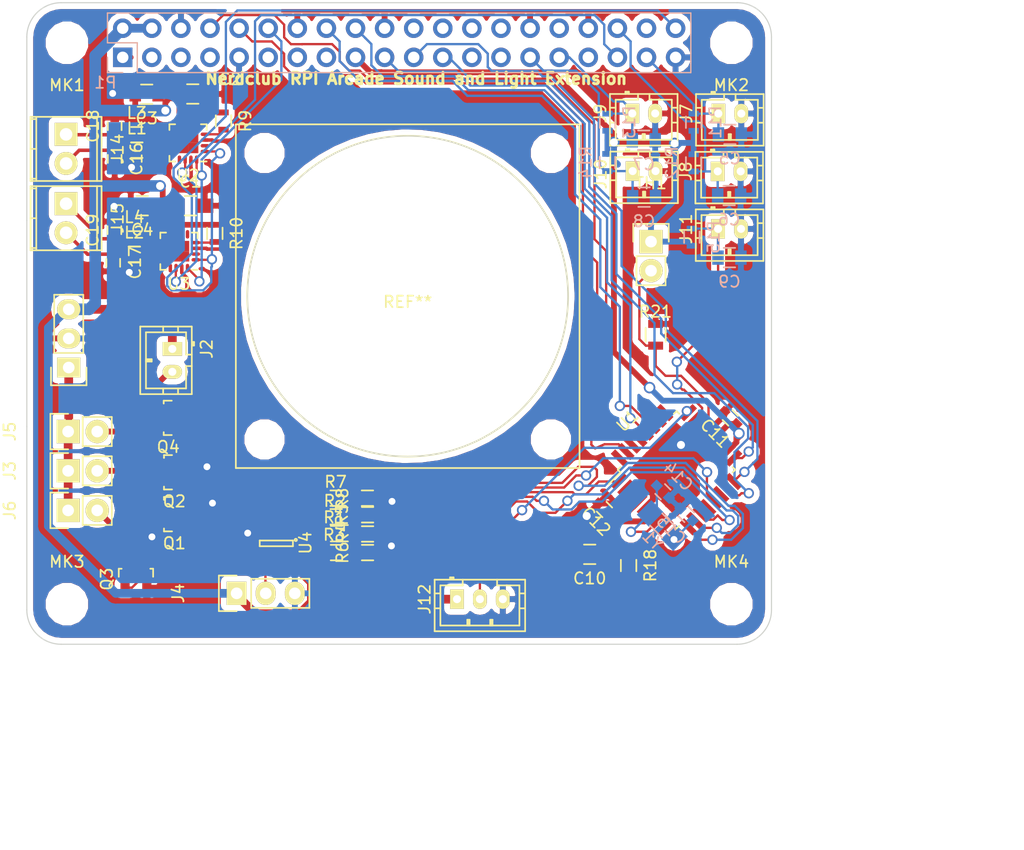
<source format=kicad_pcb>
(kicad_pcb (version 20171130) (host pcbnew 5.0.0-fee4fd1~66~ubuntu18.04.1)
  (title_block (date "15 nov 2012"))
  (layers (0 F.Cu signal) (31 B.Cu signal) (34 B.Paste user) (35 F.Paste user) (36 B.SilkS user) (37 F.SilkS user) (38 B.Mask user) (39 F.Mask user) (44 Edge.Cuts user))
  (net 0 "")
  (net 1 +3V3)
  (net 2 +5V)
  (net 3 GND)
  (net 4 /ID_SD)
  (net 5 /ID_SC)
  (net 6 "/GPIO2(SDA1)")
  (net 7 "/GPIO3(SCL1)")
  (net 8 "/GPIO4(GCLK)")
  (net 9 "/GPIO14(TXD0)")
  (net 10 "/GPIO15(RXD0)")
  (net 11 "/GPIO24(GEN5)")
  (net 12 "/GPIO25(GEN6)")
  (net 13 "/GPIO10(SPI0_MOSI)")
  (net 14 "/GPIO9(SPI0_MISO)")
  (net 15 "/GPIO11(SPI0_SCK)")
  (net 16 "/GPIO8(SPI0_CE_N)")
  (net 17 "/GPIO7(SPI1_CE_N)")
  (net 18 "/GPIO12(PWM0)")
  (net 19 "/GPIO13(PWM1)")
  (net 20 "/GPIO19(SPI1_MISO)")
  (net 21 "/GPIO20(SPI1_MOSI)")
  (net 22 /DIN)
  (net 23 /BCLK)
  (net 24 "Net-(U1-Pad12)")
  (net 25 "Net-(U1-Pad14)")
  (net 26 "Net-(U1-Pad19)")
  (net 27 "Net-(U1-Pad25)")
  (net 28 "Net-(U1-Pad26)")
  (net 29 "Net-(U1-Pad32)")
  (net 30 +12V)
  (net 31 "Net-(J3-Pad2)")
  (net 32 "Net-(J5-Pad2)")
  (net 33 "Net-(J6-Pad2)")
  (net 34 "Net-(J2-Pad2)")
  (net 35 /WS2812_DATA)
  (net 36 /PWM1)
  (net 37 /PWM2)
  (net 38 /PWM3)
  (net 39 /POWER)
  (net 40 "Net-(Q1-Pad1)")
  (net 41 "Net-(Q2-Pad1)")
  (net 42 "Net-(Q3-Pad1)")
  (net 43 "Net-(Q4-Pad1)")
  (net 44 /FAN)
  (net 45 "Net-(R9-Pad2)")
  (net 46 "Net-(R10-Pad2)")
  (net 47 /BUTTON1)
  (net 48 /BUTTON2)
  (net 49 /BUTTON3)
  (net 50 /BUTTON4)
  (net 51 /BTN_PWR)
  (net 52 "/GPIO17(GEN0)")
  (net 53 "/GPIO22(GEN3)")
  (net 54 "/GPIO27(GEN2)")
  (net 55 "/GPIO23(GEN4)")
  (net 56 "Net-(U1-Pad2)")
  (net 57 "Net-(R21-Pad1)")
  (net 58 "Net-(J4-Pad2)")
  (net 59 "Net-(C14-Pad2)")
  (net 60 "Net-(C15-Pad2)")
  (net 61 "Net-(U2-Pad13)")
  (net 62 "Net-(U2-Pad12)")
  (net 63 "Net-(U2-Pad6)")
  (net 64 "Net-(U2-Pad5)")
  (net 65 "Net-(U2-Pad2)")
  (net 66 "Net-(U3-Pad2)")
  (net 67 "Net-(U3-Pad5)")
  (net 68 "Net-(U3-Pad6)")
  (net 69 "Net-(U3-Pad12)")
  (net 70 "Net-(U3-Pad13)")
  (net 71 "Net-(C16-Pad1)")
  (net 72 "Net-(C17-Pad1)")
  (net 73 "Net-(C18-Pad1)")
  (net 74 "Net-(C19-Pad1)")
  (net 75 "Net-(L1-Pad2)")
  (net 76 "Net-(L2-Pad2)")
  (net 77 "Net-(L3-Pad2)")
  (net 78 "Net-(L4-Pad2)")
  (module adafruit:FAN (layer F.Cu) (at 233.2454 119.6184)
    (fp_text reference REF** (at 0 0.5) (layer F.SilkS))
    (fp_text value FAN)
    (pad "" np_thru_hole circle (at 12.5 -12.5) (size 2.5 2.5) (drill 2.5) (layers *.Cu *.Mask))
    (pad "" np_thru_hole circle (at 12.5 12.5) (size 2.5 2.5) (drill 2.5) (layers *.Cu *.Mask))
    (pad "" np_thru_hole circle (at -12.5 12.5) (size 2.5 2.5) (drill 2.5) (layers *.Cu *.Mask))
    (pad "" np_thru_hole circle (at -12.5 -12.5) (size 2.5 2.5) (drill 2.5) (layers *.Cu *.Mask))
  )
  (module Resistors_SMD:R_0603 (layer F.Cu) (at 229.7314 137.2492 180)
    (fp_text reference R8 (at 2.1851 -0.0635 270) (layer F.SilkS))
    (fp_text value R)
    (pad 2 smd rect (at 0.75 0 180) (size 0.5 0.9) (layers F.Cu F.Paste F.Mask) (net 44 /FAN))
    (pad 1 smd rect (at -0.75 0 180) (size 0.5 0.9) (layers F.Cu F.Paste F.Mask) (net 3 GND))
  )
  (module Resistors_SMD:R_0603 (layer F.Cu) (at 229.7434 140.3734 180)
    (fp_text reference R4 (at 2.1724 0.0889 270) (layer F.SilkS))
    (fp_text value R)
    (pad 2 smd rect (at 0.75 0 180) (size 0.5 0.9) (layers F.Cu F.Paste F.Mask) (net 36 /PWM1))
    (pad 1 smd rect (at -0.75 0 180) (size 0.5 0.9) (layers F.Cu F.Paste F.Mask) (net 3 GND))
  )
  (module TO_SOT_Packages_SMD:SOT-23-5 (layer F.Cu) (at 221.778 141.194 270)
    (fp_text reference U4 (at -0.05 -2.55 270) (layer F.SilkS))
    (fp_text value 74AUP1G34)
    (pad 1 smd rect (at -1.1 -0.95 270) (size 1.06 0.65) (layers F.Cu F.Paste F.Mask))
    (pad 2 smd rect (at -1.1 0 270) (size 1.06 0.65) (layers F.Cu F.Paste F.Mask) (net 35 /WS2812_DATA))
    (pad 3 smd rect (at -1.1 0.95 270) (size 1.06 0.65) (layers F.Cu F.Paste F.Mask) (net 3 GND))
    (pad 4 smd rect (at 1.1 0.95 270) (size 1.06 0.65) (layers F.Cu F.Paste F.Mask) (net 58 "Net-(J4-Pad2)"))
    (pad 5 smd rect (at 1.1 -0.95 270) (size 1.06 0.65) (layers F.Cu F.Paste F.Mask) (net 2 +5V))
  )
  (module Connectors_JST_PH:Connectors_JST_B2B-PH-K (layer F.Cu) (at 212.7 124.219 270)
    (fp_text reference J2 (at 0 -3 270) (layer F.SilkS))
    (fp_text value FAN)
    (pad 2 thru_hole oval (at 2 0 270) (size 1.2 1.7) (drill 0.7) (layers *.Cu *.Mask F.SilkS) (net 34 "Net-(J2-Pad2)"))
    (pad 1 thru_hole rect (at 0 0 270) (size 1.2 1.7) (drill 0.7) (layers *.Cu *.Mask F.SilkS) (net 2 +5V))
  )
  (module Capacitors_SMD:C_0805 (layer F.Cu) (at 210.0744 111.7222 180)
    (fp_text reference C4 (at 0 -2.1 180) (layer F.SilkS))
    (fp_text value C)
    (pad 2 smd rect (at 1 0 180) (size 1 1.25) (layers F.Cu F.Paste F.Mask) (net 3 GND))
    (pad 1 smd rect (at -1 0 180) (size 1 1.25) (layers F.Cu F.Paste F.Mask) (net 2 +5V))
  )
  (module Pin_Headers:Pin_Header_Straight_1x03 (layer F.Cu) (at 203.6576 125.8446 180)
    (fp_text reference J1 (at 0 -5.1 180) (layer F.SilkS))
    (fp_text value Power)
    (pad 1 thru_hole rect (at 0 0 180) (size 2.032 1.7272) (drill 1.016) (layers *.Cu *.Mask F.SilkS) (net 30 +12V))
    (pad 2 thru_hole oval (at 0 2.54 180) (size 2.032 1.7272) (drill 1.016) (layers *.Cu *.Mask F.SilkS) (net 3 GND))
    (pad 3 thru_hole oval (at 0 5.08 180) (size 2.032 1.7272) (drill 1.016) (layers *.Cu *.Mask F.SilkS) (net 2 +5V))
  )
  (module Capacitors_SMD:C_0805 (layer B.Cu) (at 253.8767 110.9729)
    (fp_text reference C8 (at 0 2.1) (layer B.SilkS) (effects (justify mirror)))
    (fp_text value C)
    (pad 2 smd rect (at 1 0) (size 1 1.25) (layers B.Cu B.Paste B.Mask) (net 3 GND))
    (pad 1 smd rect (at -1 0) (size 1 1.25) (layers B.Cu B.Paste B.Mask) (net 50 /BUTTON4))
  )
  (module Connectors_JST_PH:Connectors_JST_B2B-PH-K (layer F.Cu) (at 260.34024 113.7415)
    (fp_text reference J11 (at -2.794 0 90) (layer F.SilkS))
    (fp_text value BUTTON_PWR)
    (pad 2 thru_hole oval (at 2 0) (size 1.2 1.7) (drill 0.7) (layers *.Cu *.Mask F.SilkS) (net 3 GND))
    (pad 1 thru_hole rect (at 0 0) (size 1.2 1.7) (drill 0.7) (layers *.Cu *.Mask F.SilkS) (net 51 /BTN_PWR))
  )
  (module Connectors_JST_PH:Connectors_JST_B2B-PH-K (layer F.Cu) (at 252.88178 108.69706)
    (fp_text reference J10 (at -2.794 0.254 90) (layer F.SilkS))
    (fp_text value BUTTON4)
    (pad 2 thru_hole oval (at 2 0) (size 1.2 1.7) (drill 0.7) (layers *.Cu *.Mask F.SilkS) (net 3 GND))
    (pad 1 thru_hole rect (at 0 0) (size 1.2 1.7) (drill 0.7) (layers *.Cu *.Mask F.SilkS) (net 50 /BUTTON4))
  )
  (module Connectors_JST_PH:Connectors_JST_B2B-PH-K (layer F.Cu) (at 260.3631 103.67802)
    (fp_text reference J7 (at -2.794 0 90) (layer F.SilkS))
    (fp_text value BUTTON1)
    (pad 2 thru_hole oval (at 2 0) (size 1.2 1.7) (drill 0.7) (layers *.Cu *.Mask F.SilkS) (net 3 GND))
    (pad 1 thru_hole rect (at 0 0) (size 1.2 1.7) (drill 0.7) (layers *.Cu *.Mask F.SilkS) (net 47 /BUTTON1))
  )
  (module Pin_Headers:Pin_Header_Straight_1x03 (layer F.Cu) (at 218.3134 145.555 90)
    (fp_text reference J4 (at 0 -5.1 90) (layer F.SilkS))
    (fp_text value WS2812)
    (pad 3 thru_hole oval (at 0 5.08 90) (size 2.032 1.7272) (drill 1.016) (layers *.Cu *.Mask F.SilkS) (net 3 GND))
    (pad 2 thru_hole oval (at 0 2.54 90) (size 2.032 1.7272) (drill 1.016) (layers *.Cu *.Mask F.SilkS) (net 58 "Net-(J4-Pad2)"))
    (pad 1 thru_hole rect (at 0 0 90) (size 2.032 1.7272) (drill 1.016) (layers *.Cu *.Mask F.SilkS) (net 2 +5V))
  )
  (module Capacitors_SMD:C_0603 (layer B.Cu) (at 255.52133 136.68733 135)
    (fp_text reference C14 (at 0 1.9 135) (layer B.SilkS) (effects (justify mirror)))
    (fp_text value C)
    (pad 2 smd rect (at 0.75 0 135) (size 0.8 0.75) (layers B.Cu B.Paste B.Mask) (net 59 "Net-(C14-Pad2)"))
    (pad 1 smd rect (at -0.75 0 135) (size 0.8 0.75) (layers B.Cu B.Paste B.Mask) (net 3 GND))
  )
  (module Capacitors_SMD:C_0603 (layer B.Cu) (at 257.57873 138.66853 315)
    (fp_text reference C15 (at 0 1.9 315) (layer B.SilkS) (effects (justify mirror)))
    (fp_text value C)
    (pad 2 smd rect (at 0.75 0 315) (size 0.8 0.75) (layers B.Cu B.Paste B.Mask) (net 60 "Net-(C15-Pad2)"))
    (pad 1 smd rect (at -0.75 0 315) (size 0.8 0.75) (layers B.Cu B.Paste B.Mask) (net 3 GND))
  )
  (module Housings_QFP:TQFP-32_7x7mm_Pitch0.8mm (layer F.Cu) (at 256.711954 134.769642 45)
    (fp_text reference U1 (at 0 -6.05 45) (layer F.SilkS))
    (fp_text value ATmega328-AU)
    (pad 1 smd rect (at -4.25 -2.8 45) (size 1.6 0.55) (layers F.Cu F.Paste F.Mask) (net 36 /PWM1))
    (pad 2 smd rect (at -4.25 -2 45) (size 1.6 0.55) (layers F.Cu F.Paste F.Mask) (net 56 "Net-(U1-Pad2)"))
    (pad 3 smd rect (at -4.25 -1.2 45) (size 1.6 0.55) (layers F.Cu F.Paste F.Mask) (net 3 GND))
    (pad 4 smd rect (at -4.25 -0.4 45) (size 1.6 0.55) (layers F.Cu F.Paste F.Mask) (net 1 +3V3))
    (pad 5 smd rect (at -4.25 0.4 45) (size 1.6 0.55) (layers F.Cu F.Paste F.Mask) (net 3 GND))
    (pad 6 smd rect (at -4.25 1.2 45) (size 1.6 0.55) (layers F.Cu F.Paste F.Mask) (net 1 +3V3))
    (pad 7 smd rect (at -4.25 2 45) (size 1.6 0.55) (layers F.Cu F.Paste F.Mask) (net 59 "Net-(C14-Pad2)"))
    (pad 8 smd rect (at -4.25 2.8 45) (size 1.6 0.55) (layers F.Cu F.Paste F.Mask) (net 60 "Net-(C15-Pad2)"))
    (pad 9 smd rect (at -2.8 4.25 135) (size 1.6 0.55) (layers F.Cu F.Paste F.Mask) (net 37 /PWM2))
    (pad 10 smd rect (at -2 4.25 135) (size 1.6 0.55) (layers F.Cu F.Paste F.Mask) (net 38 /PWM3))
    (pad 11 smd rect (at -1.2 4.25 135) (size 1.6 0.55) (layers F.Cu F.Paste F.Mask) (net 35 /WS2812_DATA))
    (pad 12 smd rect (at -0.4 4.25 135) (size 1.6 0.55) (layers F.Cu F.Paste F.Mask) (net 24 "Net-(U1-Pad12)"))
    (pad 13 smd rect (at 0.4 4.25 135) (size 1.6 0.55) (layers F.Cu F.Paste F.Mask) (net 44 /FAN))
    (pad 14 smd rect (at 1.2 4.25 135) (size 1.6 0.55) (layers F.Cu F.Paste F.Mask) (net 25 "Net-(U1-Pad14)"))
    (pad 15 smd rect (at 2 4.25 135) (size 1.6 0.55) (layers F.Cu F.Paste F.Mask) (net 13 "/GPIO10(SPI0_MOSI)"))
    (pad 16 smd rect (at 2.8 4.25 135) (size 1.6 0.55) (layers F.Cu F.Paste F.Mask) (net 14 "/GPIO9(SPI0_MISO)"))
    (pad 17 smd rect (at 4.25 2.8 45) (size 1.6 0.55) (layers F.Cu F.Paste F.Mask) (net 15 "/GPIO11(SPI0_SCK)"))
    (pad 18 smd rect (at 4.25 2 45) (size 1.6 0.55) (layers F.Cu F.Paste F.Mask) (net 1 +3V3))
    (pad 19 smd rect (at 4.25 1.2 45) (size 1.6 0.55) (layers F.Cu F.Paste F.Mask) (net 26 "Net-(U1-Pad19)"))
    (pad 20 smd rect (at 4.25 0.4 45) (size 1.6 0.55) (layers F.Cu F.Paste F.Mask) (net 1 +3V3))
    (pad 21 smd rect (at 4.25 -0.4 45) (size 1.6 0.55) (layers F.Cu F.Paste F.Mask) (net 3 GND))
    (pad 22 smd rect (at 4.25 -1.2 45) (size 1.6 0.55) (layers F.Cu F.Paste F.Mask) (net 57 "Net-(R21-Pad1)"))
    (pad 23 smd rect (at 4.25 -2 45) (size 1.6 0.55) (layers F.Cu F.Paste F.Mask) (net 51 /BTN_PWR))
    (pad 24 smd rect (at 4.25 -2.8 45) (size 1.6 0.55) (layers F.Cu F.Paste F.Mask) (net 39 /POWER))
    (pad 25 smd rect (at 2.8 -4.25 135) (size 1.6 0.55) (layers F.Cu F.Paste F.Mask) (net 27 "Net-(U1-Pad25)"))
    (pad 26 smd rect (at 2 -4.25 135) (size 1.6 0.55) (layers F.Cu F.Paste F.Mask) (net 28 "Net-(U1-Pad26)"))
    (pad 27 smd rect (at 1.2 -4.25 135) (size 1.6 0.55) (layers F.Cu F.Paste F.Mask) (net 55 "/GPIO23(GEN4)"))
    (pad 28 smd rect (at 0.4 -4.25 135) (size 1.6 0.55) (layers F.Cu F.Paste F.Mask) (net 11 "/GPIO24(GEN5)"))
    (pad 29 smd rect (at -0.4 -4.25 135) (size 1.6 0.55) (layers F.Cu F.Paste F.Mask) (net 8 "/GPIO4(GCLK)"))
    (pad 30 smd rect (at -1.2 -4.25 135) (size 1.6 0.55) (layers F.Cu F.Paste F.Mask) (net 9 "/GPIO14(TXD0)"))
    (pad 31 smd rect (at -2 -4.25 135) (size 1.6 0.55) (layers F.Cu F.Paste F.Mask) (net 10 "/GPIO15(RXD0)"))
    (pad 32 smd rect (at -2.8 -4.25 135) (size 1.6 0.55) (layers F.Cu F.Paste F.Mask) (net 29 "Net-(U1-Pad32)"))
  )
  (module Resistors_SMD:R_0603 (layer B.Cu) (at 258.20664 104.43494 90)
    (fp_text reference R11 (at 0 1.9 90) (layer B.SilkS) (effects (justify mirror)))
    (fp_text value R)
    (pad 2 smd rect (at 0.75 0 90) (size 0.5 0.9) (layers B.Cu B.Paste B.Mask) (net 47 /BUTTON1))
    (pad 1 smd rect (at -0.75 0 90) (size 0.5 0.9) (layers B.Cu B.Paste B.Mask) (net 1 +3V3))
  )
  (module Capacitors_SMD:C_0805 (layer B.Cu) (at 261.33084 116.25102)
    (fp_text reference C9 (at 0 2.1) (layer B.SilkS) (effects (justify mirror)))
    (fp_text value C)
    (pad 1 smd rect (at -1 0) (size 1 1.25) (layers B.Cu B.Paste B.Mask) (net 51 /BTN_PWR))
    (pad 2 smd rect (at 1 0) (size 1 1.25) (layers B.Cu B.Paste B.Mask) (net 3 GND))
  )
  (module Resistors_SMD:R_0603 (layer B.Cu) (at 250.67808 107.94776 270)
    (fp_text reference R14 (at 0 1.9 270) (layer B.SilkS) (effects (justify mirror)))
    (fp_text value R)
    (pad 2 smd rect (at 0.75 0 270) (size 0.5 0.9) (layers B.Cu B.Paste B.Mask) (net 50 /BUTTON4))
    (pad 1 smd rect (at -0.75 0 270) (size 0.5 0.9) (layers B.Cu B.Paste B.Mask) (net 1 +3V3))
  )
  (module mysensors_obscurities:XTAL_3.2x1.5mm (layer B.Cu) (at 255.46598 139.64188 315)
    (fp_text reference Y1 (at 0.3 1.5 315) (layer B.SilkS) (effects (justify mirror)))
    (fp_text value Crystal)
    (pad 2 smd rect (at 1.5 0 315) (size 1.5 1.8) (layers B.Cu B.Paste B.Mask) (net 60 "Net-(C15-Pad2)"))
    (pad 1 smd rect (at -1.5 0 315) (size 1.5 1.8) (layers B.Cu B.Paste B.Mask) (net 59 "Net-(C14-Pad2)"))
  )
  (module Capacitors_SMD:C_0603 (layer F.Cu) (at 261.40958 130.24388 135)
    (fp_text reference C11 (at 0 -1.9 135) (layer F.SilkS))
    (fp_text value C)
    (pad 2 smd rect (at 0.75 0 135) (size 0.8 0.75) (layers F.Cu F.Paste F.Mask) (net 3 GND))
    (pad 1 smd rect (at -0.75 0 135) (size 0.8 0.75) (layers F.Cu F.Paste F.Mask) (net 1 +3V3))
  )
  (module Capacitors_SMD:C_0603 (layer F.Cu) (at 250.42207 138.24287 135)
    (fp_text reference C12 (at -0.197566 -1.257236 135) (layer F.SilkS))
    (fp_text value C)
    (pad 2 smd rect (at 0.75 0 135) (size 0.8 0.75) (layers F.Cu F.Paste F.Mask) (net 3 GND))
    (pad 1 smd rect (at -0.75 0 135) (size 0.8 0.75) (layers F.Cu F.Paste F.Mask) (net 1 +3V3))
  )
  (module TO_SOT_Packages_SMD:SOT-23 (layer F.Cu) (at 209.525 144.0564)
    (fp_text reference Q3 (at -2.54 0.254 90) (layer F.SilkS))
    (fp_text value Q_NMOS_GDS)
    (pad 1 smd rect (at -0.95 1.00076) (size 0.8001 0.8001) (layers F.Cu F.Paste F.Mask) (net 42 "Net-(Q3-Pad1)"))
    (pad 2 smd rect (at 0.95 1.00076) (size 0.8001 0.8001) (layers F.Cu F.Paste F.Mask) (net 3 GND))
    (pad 3 smd rect (at 0 -0.99822) (size 0.8001 0.8001) (layers F.Cu F.Paste F.Mask) (net 33 "Net-(J6-Pad2)"))
  )
  (module Pin_Headers:Pin_Header_Straight_1x02 (layer F.Cu) (at 203.6068 138.316 90)
    (fp_text reference J6 (at 0 -5.1 90) (layer F.SilkS))
    (fp_text value LED3)
    (pad 2 thru_hole oval (at 0 2.54 90) (size 2.032 2.032) (drill 1.016) (layers *.Cu *.Mask F.SilkS) (net 33 "Net-(J6-Pad2)"))
    (pad 1 thru_hole rect (at 0 0 90) (size 2.032 2.032) (drill 1.016) (layers *.Cu *.Mask F.SilkS) (net 30 +12V))
  )
  (module Pin_Headers:Pin_Header_Straight_1x02 (layer F.Cu) (at 203.6068 134.8616 90)
    (fp_text reference J3 (at 0 -5.1 90) (layer F.SilkS))
    (fp_text value LED1)
    (pad 2 thru_hole oval (at 0 2.54 90) (size 2.032 2.032) (drill 1.016) (layers *.Cu *.Mask F.SilkS) (net 31 "Net-(J3-Pad2)"))
    (pad 1 thru_hole rect (at 0 0 90) (size 2.032 2.032) (drill 1.016) (layers *.Cu *.Mask F.SilkS) (net 30 +12V))
  )
  (module Pin_Headers:Pin_Header_Straight_1x02 (layer F.Cu) (at 203.6068 131.4326 90)
    (fp_text reference J5 (at 0 -5.1 90) (layer F.SilkS))
    (fp_text value LED2)
    (pad 2 thru_hole oval (at 0 2.54 90) (size 2.032 2.032) (drill 1.016) (layers *.Cu *.Mask F.SilkS) (net 32 "Net-(J5-Pad2)"))
    (pad 1 thru_hole rect (at 0 0 90) (size 2.032 2.032) (drill 1.016) (layers *.Cu *.Mask F.SilkS) (net 30 +12V))
  )
  (module TO_SOT_Packages_SMD:SOT-23 (layer F.Cu) (at 212.6238 138.6462 90)
    (fp_text reference Q1 (at -2.54 0.254 180) (layer F.SilkS))
    (fp_text value Q_NMOS_GDS)
    (pad 1 smd rect (at -0.95 1.00076 90) (size 0.8001 0.8001) (layers F.Cu F.Paste F.Mask) (net 40 "Net-(Q1-Pad1)"))
    (pad 2 smd rect (at 0.95 1.00076 90) (size 0.8001 0.8001) (layers F.Cu F.Paste F.Mask) (net 3 GND))
    (pad 3 smd rect (at 0 -0.99822 90) (size 0.8001 0.8001) (layers F.Cu F.Paste F.Mask) (net 31 "Net-(J3-Pad2)"))
  )
  (module Resistors_SMD:R_0603 (layer F.Cu) (at 227.0256 141.999 180)
    (fp_text reference R3 (at 0.1905 1.55448 180) (layer F.SilkS))
    (fp_text value R)
    (pad 2 smd rect (at 0.75 0 180) (size 0.5 0.9) (layers F.Cu F.Paste F.Mask) (net 42 "Net-(Q3-Pad1)"))
    (pad 1 smd rect (at -0.75 0 180) (size 0.5 0.9) (layers F.Cu F.Paste F.Mask) (net 38 /PWM3))
  )
  (module Resistors_SMD:R_0603 (layer F.Cu) (at 227.0256 140.348 180)
    (fp_text reference R1 (at 0.1658 1.4224 180) (layer F.SilkS))
    (fp_text value R)
    (pad 2 smd rect (at 0.75 0 180) (size 0.5 0.9) (layers F.Cu F.Paste F.Mask) (net 40 "Net-(Q1-Pad1)"))
    (pad 1 smd rect (at -0.75 0 180) (size 0.5 0.9) (layers F.Cu F.Paste F.Mask) (net 36 /PWM1))
  )
  (module Resistors_SMD:R_0603 (layer F.Cu) (at 227.0002 138.8748 180)
    (fp_text reference R2 (at 0.1143 1.3843 180) (layer F.SilkS))
    (fp_text value R)
    (pad 2 smd rect (at 0.75 0 180) (size 0.5 0.9) (layers F.Cu F.Paste F.Mask) (net 41 "Net-(Q2-Pad1)"))
    (pad 1 smd rect (at -0.75 0 180) (size 0.5 0.9) (layers F.Cu F.Paste F.Mask) (net 37 /PWM2))
  )
  (module Resistors_SMD:R_0603 (layer F.Cu) (at 229.7434 138.697 180)
    (fp_text reference R5 (at 2.2352 0.0127 270) (layer F.SilkS))
    (fp_text value R)
    (pad 2 smd rect (at 0.75 0 180) (size 0.5 0.9) (layers F.Cu F.Paste F.Mask) (net 37 /PWM2))
    (pad 1 smd rect (at -0.75 0 180) (size 0.5 0.9) (layers F.Cu F.Paste F.Mask) (net 3 GND))
  )
  (module Resistors_SMD:R_0603 (layer F.Cu) (at 229.7434 141.999 180)
    (fp_text reference R6 (at 2.19272 -0.00254 270) (layer F.SilkS))
    (fp_text value R)
    (pad 2 smd rect (at 0.75 0 180) (size 0.5 0.9) (layers F.Cu F.Paste F.Mask) (net 38 /PWM3))
    (pad 1 smd rect (at -0.75 0 180) (size 0.5 0.9) (layers F.Cu F.Paste F.Mask) (net 3 GND))
  )
  (module Resistors_SMD:R_0603 (layer F.Cu) (at 227.0002 137.2492 180)
    (fp_text reference R7 (at 0.0508 1.4224 180) (layer F.SilkS))
    (fp_text value R)
    (pad 2 smd rect (at 0.75 0 180) (size 0.5 0.9) (layers F.Cu F.Paste F.Mask) (net 43 "Net-(Q4-Pad1)"))
    (pad 1 smd rect (at -0.75 0 180) (size 0.5 0.9) (layers F.Cu F.Paste F.Mask) (net 44 /FAN))
  )
  (module Resistors_SMD:R_0603 (layer F.Cu) (at 217.1704 104.3308 270)
    (fp_text reference R9 (at 0 -1.9 270) (layer F.SilkS))
    (fp_text value R)
    (pad 2 smd rect (at 0.75 0 270) (size 0.5 0.9) (layers F.Cu F.Paste F.Mask) (net 45 "Net-(R9-Pad2)"))
    (pad 1 smd rect (at -0.75 0 270) (size 0.5 0.9) (layers F.Cu F.Paste F.Mask) (net 2 +5V))
  )
  (module Resistors_SMD:R_0603 (layer F.Cu) (at 216.4084 114.1352 270)
    (fp_text reference R10 (at 0 -1.9 270) (layer F.SilkS))
    (fp_text value R)
    (pad 2 smd rect (at 0.75 0 270) (size 0.5 0.9) (layers F.Cu F.Paste F.Mask) (net 46 "Net-(R10-Pad2)"))
    (pad 1 smd rect (at -0.75 0 270) (size 0.5 0.9) (layers F.Cu F.Paste F.Mask) (net 2 +5V))
  )
  (module Resistors_SMD:R_0603 (layer B.Cu) (at 258.20664 107.97824 270)
    (fp_text reference R12 (at 0 1.9 270) (layer B.SilkS) (effects (justify mirror)))
    (fp_text value R)
    (pad 2 smd rect (at 0.75 0 270) (size 0.5 0.9) (layers B.Cu B.Paste B.Mask) (net 48 /BUTTON2))
    (pad 1 smd rect (at -0.75 0 270) (size 0.5 0.9) (layers B.Cu B.Paste B.Mask) (net 1 +3V3))
  )
  (module Resistors_SMD:R_0603 (layer B.Cu) (at 250.69078 104.42986 90)
    (fp_text reference R13 (at 0 1.9 90) (layer B.SilkS) (effects (justify mirror)))
    (fp_text value R)
    (pad 2 smd rect (at 0.75 0 90) (size 0.5 0.9) (layers B.Cu B.Paste B.Mask) (net 49 /BUTTON3))
    (pad 1 smd rect (at -0.75 0 90) (size 0.5 0.9) (layers B.Cu B.Paste B.Mask) (net 1 +3V3))
  )
  (module Resistors_SMD:R_0603 (layer B.Cu) (at 258.04916 114.46724 90)
    (fp_text reference R15 (at 0 1.9 90) (layer B.SilkS) (effects (justify mirror)))
    (fp_text value R)
    (pad 2 smd rect (at 0.75 0 90) (size 0.5 0.9) (layers B.Cu B.Paste B.Mask) (net 51 /BTN_PWR))
    (pad 1 smd rect (at -0.75 0 90) (size 0.5 0.9) (layers B.Cu B.Paste B.Mask) (net 1 +3V3))
  )
  (module Resistors_SMD:R_0603 (layer F.Cu) (at 252.5272 143.1286 270)
    (fp_text reference R18 (at 0 -1.9 270) (layer F.SilkS))
    (fp_text value R)
    (pad 2 smd rect (at 0.75 0 270) (size 0.5 0.9) (layers F.Cu F.Paste F.Mask) (net 1 +3V3))
    (pad 1 smd rect (at -0.75 0 270) (size 0.5 0.9) (layers F.Cu F.Paste F.Mask) (net 8 "/GPIO4(GCLK)"))
  )
  (module Capacitors_SMD:C_0805 (layer F.Cu) (at 249.133 142.1514 180)
    (fp_text reference C10 (at 0 -2.1 180) (layer F.SilkS))
    (fp_text value C)
    (pad 1 smd rect (at -1 0 180) (size 1 1.25) (layers F.Cu F.Paste F.Mask) (net 8 "/GPIO4(GCLK)"))
    (pad 2 smd rect (at 1 0 180) (size 1 1.25) (layers F.Cu F.Paste F.Mask) (net 3 GND))
  )
  (module Connector_PinSocket_2.54mm:PinSocket_2x20_P2.54mm_Vertical (layer B.Cu) (at 208.37 98.77 270)
    (fp_text reference P1 (at 2.208 1.512) (layer B.SilkS) (effects (justify mirror)))
    (fp_text value Conn_02x20_Odd_Even)
    (pad 1 thru_hole rect (at 0 0 270) (size 1.7 1.7) (drill 1) (layers *.Cu *.Mask) (net 1 +3V3))
    (pad 2 thru_hole oval (at -2.54 0 270) (size 1.7 1.7) (drill 1) (layers *.Cu *.Mask) (net 2 +5V))
    (pad 3 thru_hole oval (at 0 -2.54 270) (size 1.7 1.7) (drill 1) (layers *.Cu *.Mask) (net 6 "/GPIO2(SDA1)"))
    (pad 4 thru_hole oval (at -2.54 -2.54 270) (size 1.7 1.7) (drill 1) (layers *.Cu *.Mask) (net 2 +5V))
    (pad 5 thru_hole oval (at 0 -5.08 270) (size 1.7 1.7) (drill 1) (layers *.Cu *.Mask) (net 7 "/GPIO3(SCL1)"))
    (pad 6 thru_hole oval (at -2.54 -5.08 270) (size 1.7 1.7) (drill 1) (layers *.Cu *.Mask) (net 3 GND))
    (pad 7 thru_hole oval (at 0 -7.62 270) (size 1.7 1.7) (drill 1) (layers *.Cu *.Mask) (net 8 "/GPIO4(GCLK)"))
    (pad 8 thru_hole oval (at -2.54 -7.62 270) (size 1.7 1.7) (drill 1) (layers *.Cu *.Mask) (net 9 "/GPIO14(TXD0)"))
    (pad 9 thru_hole oval (at 0 -10.16 270) (size 1.7 1.7) (drill 1) (layers *.Cu *.Mask) (net 3 GND))
    (pad 10 thru_hole oval (at -2.54 -10.16 270) (size 1.7 1.7) (drill 1) (layers *.Cu *.Mask) (net 10 "/GPIO15(RXD0)"))
    (pad 11 thru_hole oval (at 0 -12.7 270) (size 1.7 1.7) (drill 1) (layers *.Cu *.Mask) (net 52 "/GPIO17(GEN0)"))
    (pad 12 thru_hole oval (at -2.54 -12.7 270) (size 1.7 1.7) (drill 1) (layers *.Cu *.Mask) (net 23 /BCLK))
    (pad 13 thru_hole oval (at 0 -15.24 270) (size 1.7 1.7) (drill 1) (layers *.Cu *.Mask) (net 54 "/GPIO27(GEN2)"))
    (pad 14 thru_hole oval (at -2.54 -15.24 270) (size 1.7 1.7) (drill 1) (layers *.Cu *.Mask) (net 3 GND))
    (pad 15 thru_hole oval (at 0 -17.78 270) (size 1.7 1.7) (drill 1) (layers *.Cu *.Mask) (net 53 "/GPIO22(GEN3)"))
    (pad 16 thru_hole oval (at -2.54 -17.78 270) (size 1.7 1.7) (drill 1) (layers *.Cu *.Mask) (net 55 "/GPIO23(GEN4)"))
    (pad 17 thru_hole oval (at 0 -20.32 270) (size 1.7 1.7) (drill 1) (layers *.Cu *.Mask) (net 1 +3V3))
    (pad 18 thru_hole oval (at -2.54 -20.32 270) (size 1.7 1.7) (drill 1) (layers *.Cu *.Mask) (net 11 "/GPIO24(GEN5)"))
    (pad 19 thru_hole oval (at 0 -22.86 270) (size 1.7 1.7) (drill 1) (layers *.Cu *.Mask) (net 13 "/GPIO10(SPI0_MOSI)"))
    (pad 20 thru_hole oval (at -2.54 -22.86 270) (size 1.7 1.7) (drill 1) (layers *.Cu *.Mask) (net 3 GND))
    (pad 21 thru_hole oval (at 0 -25.4 270) (size 1.7 1.7) (drill 1) (layers *.Cu *.Mask) (net 14 "/GPIO9(SPI0_MISO)"))
    (pad 22 thru_hole oval (at -2.54 -25.4 270) (size 1.7 1.7) (drill 1) (layers *.Cu *.Mask) (net 12 "/GPIO25(GEN6)"))
    (pad 23 thru_hole oval (at 0 -27.94 270) (size 1.7 1.7) (drill 1) (layers *.Cu *.Mask) (net 15 "/GPIO11(SPI0_SCK)"))
    (pad 24 thru_hole oval (at -2.54 -27.94 270) (size 1.7 1.7) (drill 1) (layers *.Cu *.Mask) (net 16 "/GPIO8(SPI0_CE_N)"))
    (pad 25 thru_hole oval (at 0 -30.48 270) (size 1.7 1.7) (drill 1) (layers *.Cu *.Mask) (net 3 GND))
    (pad 26 thru_hole oval (at -2.54 -30.48 270) (size 1.7 1.7) (drill 1) (layers *.Cu *.Mask) (net 17 "/GPIO7(SPI1_CE_N)"))
    (pad 27 thru_hole oval (at 0 -33.02 270) (size 1.7 1.7) (drill 1) (layers *.Cu *.Mask) (net 4 /ID_SD))
    (pad 28 thru_hole oval (at -2.54 -33.02 270) (size 1.7 1.7) (drill 1) (layers *.Cu *.Mask) (net 5 /ID_SC))
    (pad 29 thru_hole oval (at 0 -35.56 270) (size 1.7 1.7) (drill 1) (layers *.Cu *.Mask) (net 50 /BUTTON4))
    (pad 30 thru_hole oval (at -2.54 -35.56 270) (size 1.7 1.7) (drill 1) (layers *.Cu *.Mask) (net 3 GND))
    (pad 31 thru_hole oval (at 0 -38.1 270) (size 1.7 1.7) (drill 1) (layers *.Cu *.Mask) (net 49 /BUTTON3))
    (pad 32 thru_hole oval (at -2.54 -38.1 270) (size 1.7 1.7) (drill 1) (layers *.Cu *.Mask) (net 18 "/GPIO12(PWM0)"))
    (pad 33 thru_hole oval (at 0 -40.64 270) (size 1.7 1.7) (drill 1) (layers *.Cu *.Mask) (net 19 "/GPIO13(PWM1)"))
    (pad 34 thru_hole oval (at -2.54 -40.64 270) (size 1.7 1.7) (drill 1) (layers *.Cu *.Mask) (net 3 GND))
    (pad 35 thru_hole oval (at 0 -43.18 270) (size 1.7 1.7) (drill 1) (layers *.Cu *.Mask) (net 20 "/GPIO19(SPI1_MISO)"))
    (pad 36 thru_hole oval (at -2.54 -43.18 270) (size 1.7 1.7) (drill 1) (layers *.Cu *.Mask) (net 48 /BUTTON2))
    (pad 37 thru_hole oval (at 0 -45.72 270) (size 1.7 1.7) (drill 1) (layers *.Cu *.Mask) (net 47 /BUTTON1))
    (pad 38 thru_hole oval (at -2.54 -45.72 270) (size 1.7 1.7) (drill 1) (layers *.Cu *.Mask) (net 21 "/GPIO20(SPI1_MOSI)"))
    (pad 39 thru_hole oval (at 0 -48.26 270) (size 1.7 1.7) (drill 1) (layers *.Cu *.Mask) (net 3 GND))
    (pad 40 thru_hole oval (at -2.54 -48.26 270) (size 1.7 1.7) (drill 1) (layers *.Cu *.Mask) (net 22 /DIN))
  )
  (module MountingHole:MountingHole_2.7mm_M2.5 (layer F.Cu) (at 261.5 146.5)
    (fp_text reference MK4 (at 0 -3.7) (layer F.SilkS))
    (fp_text value M2.5)
    (pad 1 np_thru_hole circle (at 0 0) (size 2.7 2.7) (drill 2.7) (layers *.Cu *.Mask))
  )
  (module MountingHole:MountingHole_2.7mm_M2.5 (layer F.Cu) (at 203.5 146.5)
    (fp_text reference MK3 (at 0 -3.7) (layer F.SilkS))
    (fp_text value M2.5)
    (pad 1 np_thru_hole circle (at 0 0) (size 2.7 2.7) (drill 2.7) (layers *.Cu *.Mask))
  )
  (module MountingHole:MountingHole_2.7mm_M2.5 (layer F.Cu) (at 261.5 97.5 180)
    (fp_text reference MK2 (at 0 -3.7 180) (layer F.SilkS))
    (fp_text value M2.5)
    (pad 1 np_thru_hole circle (at 0 0 180) (size 2.7 2.7) (drill 2.7) (layers *.Cu *.Mask))
  )
  (module MountingHole:MountingHole_2.7mm_M2.5 (layer F.Cu) (at 203.5 97.5 180)
    (fp_text reference MK1 (at 0 -3.7 180) (layer F.SilkS))
    (fp_text value M2.5)
    (pad 1 np_thru_hole circle (at 0 0 180) (size 2.7 2.7) (drill 2.7) (layers *.Cu *.Mask))
  )
  (module Capacitors_SMD:C_0805 (layer F.Cu) (at 210.4648 101.994 180)
    (fp_text reference C3 (at 0 -2.1 180) (layer F.SilkS))
    (fp_text value C)
    (pad 1 smd rect (at -1 0 180) (size 1 1.25) (layers F.Cu F.Paste F.Mask) (net 2 +5V))
    (pad 2 smd rect (at 1 0 180) (size 1 1.25) (layers F.Cu F.Paste F.Mask) (net 3 GND))
  )
  (module Capacitors_SMD:C_0805_HandSoldering (layer F.Cu) (at 214.2802 111.7222)
    (fp_text reference C1 (at 0 -2.1) (layer F.SilkS))
    (fp_text value CP)
    (pad 1 smd rect (at -1.25 0) (size 1.5 1.25) (layers F.Cu F.Paste F.Mask) (net 2 +5V))
    (pad 2 smd rect (at 1.25 0) (size 1.5 1.25) (layers F.Cu F.Paste F.Mask) (net 3 GND))
  )
  (module Capacitors_SMD:C_0805_HandSoldering (layer F.Cu) (at 214.4834 101.9686)
    (fp_text reference C2 (at 3.262999 -1.297001) (layer F.SilkS))
    (fp_text value CP)
    (pad 2 smd rect (at 1.25 0) (size 1.5 1.25) (layers F.Cu F.Paste F.Mask) (net 3 GND))
    (pad 1 smd rect (at -1.25 0) (size 1.5 1.25) (layers F.Cu F.Paste F.Mask) (net 2 +5V))
  )
  (module Connectors_JST_PH:Connectors_JST_B2B-PH-K (layer F.Cu) (at 260.30976 108.71992)
    (fp_text reference J8 (at -2.794 0 90) (layer F.SilkS))
    (fp_text value BUTTON2)
    (pad 1 thru_hole rect (at 0 0) (size 1.2 1.7) (drill 0.7) (layers *.Cu *.Mask F.SilkS) (net 48 /BUTTON2))
    (pad 2 thru_hole oval (at 2 0) (size 1.2 1.7) (drill 0.7) (layers *.Cu *.Mask F.SilkS) (net 3 GND))
  )
  (module Connectors_JST_PH:Connectors_JST_B2B-PH-K (layer F.Cu) (at 252.84978 103.66786)
    (fp_text reference J9 (at -2.794 0 90) (layer F.SilkS))
    (fp_text value BUTTON3)
    (pad 1 thru_hole rect (at 0 0) (size 1.2 1.7) (drill 0.7) (layers *.Cu *.Mask F.SilkS) (net 49 /BUTTON3))
    (pad 2 thru_hole oval (at 2 0) (size 1.2 1.7) (drill 0.7) (layers *.Cu *.Mask F.SilkS) (net 3 GND))
  )
  (module Connectors_JST_PH:Connectors_JST_B3B-PH-K (layer F.Cu) (at 237.5478 146.063)
    (fp_text reference J12 (at -2.826 0 90) (layer F.SilkS))
    (fp_text value "External relay")
    (pad 1 thru_hole rect (at 0 0) (size 1.2 1.7) (drill 0.7) (layers *.Cu *.Mask F.SilkS) (net 2 +5V))
    (pad 2 thru_hole oval (at 2 0) (size 1.2 1.7) (drill 0.7) (layers *.Cu *.Mask F.SilkS) (net 39 /POWER))
    (pad 3 thru_hole oval (at 4 0) (size 1.2 1.7) (drill 0.7) (layers *.Cu *.Mask F.SilkS) (net 3 GND))
  )
  (module TO_SOT_Packages_SMD:SOT-23 (layer F.Cu) (at 212.6238 134.9886 90)
    (fp_text reference Q2 (at -2.54 0.254 180) (layer F.SilkS))
    (fp_text value Q_NMOS_GDS)
    (pad 1 smd rect (at -0.95 1.00076 90) (size 0.8001 0.8001) (layers F.Cu F.Paste F.Mask) (net 41 "Net-(Q2-Pad1)"))
    (pad 2 smd rect (at 0.95 1.00076 90) (size 0.8001 0.8001) (layers F.Cu F.Paste F.Mask) (net 3 GND))
    (pad 3 smd rect (at 0 -0.99822 90) (size 0.8001 0.8001) (layers F.Cu F.Paste F.Mask) (net 32 "Net-(J5-Pad2)"))
  )
  (module TO_SOT_Packages_SMD:SOT-23 (layer F.Cu) (at 212.5984 130.2388 90)
    (fp_text reference Q4 (at -2.54 -0.254 180) (layer F.SilkS))
    (fp_text value Q_NMOS_GDS)
    (pad 1 smd rect (at -0.95 1.00076 90) (size 0.8001 0.8001) (layers F.Cu F.Paste F.Mask) (net 43 "Net-(Q4-Pad1)"))
    (pad 2 smd rect (at 0.95 1.00076 90) (size 0.8001 0.8001) (layers F.Cu F.Paste F.Mask) (net 3 GND))
    (pad 3 smd rect (at 0 -0.99822 90) (size 0.8001 0.8001) (layers F.Cu F.Paste F.Mask) (net 34 "Net-(J2-Pad2)"))
  )
  (module Capacitors_SMD:C_0805 (layer B.Cu) (at 261.3664 105.4992)
    (fp_text reference C5 (at 0 2.1) (layer B.SilkS) (effects (justify mirror)))
    (fp_text value C)
    (pad 2 smd rect (at 1 0) (size 1 1.25) (layers B.Cu B.Paste B.Mask) (net 3 GND))
    (pad 1 smd rect (at -1 0) (size 1 1.25) (layers B.Cu B.Paste B.Mask) (net 47 /BUTTON1))
  )
  (module Capacitors_SMD:C_0805 (layer B.Cu) (at 261.30366 110.83066)
    (fp_text reference C6 (at 0 2.1) (layer B.SilkS) (effects (justify mirror)))
    (fp_text value C)
    (pad 1 smd rect (at -1 0) (size 1 1.25) (layers B.Cu B.Paste B.Mask) (net 48 /BUTTON2))
    (pad 2 smd rect (at 1 0) (size 1 1.25) (layers B.Cu B.Paste B.Mask) (net 3 GND))
  )
  (module Capacitors_SMD:C_0805 (layer B.Cu) (at 253.84978 106.00466)
    (fp_text reference C7 (at 0 2.1) (layer B.SilkS) (effects (justify mirror)))
    (fp_text value C)
    (pad 1 smd rect (at -1 0) (size 1 1.25) (layers B.Cu B.Paste B.Mask) (net 49 /BUTTON3))
    (pad 2 smd rect (at 1 0) (size 1 1.25) (layers B.Cu B.Paste B.Mask) (net 3 GND))
  )
  (module Resistors_SMD:R_0805 (layer F.Cu) (at 254.8894 122.98706 90)
    (fp_text reference R21 (at 2.01926 -0.0254 180) (layer F.SilkS))
    (fp_text value 100k)
    (pad 1 smd rect (at -0.95 0 90) (size 0.7 1.3) (layers F.Cu F.Paste F.Mask) (net 57 "Net-(R21-Pad1)"))
    (pad 2 smd rect (at 0.95 0 90) (size 0.7 1.3) (layers F.Cu F.Paste F.Mask) (net 3 GND))
  )
  (module Pin_Headers:Pin_Header_Straight_1x02 (layer F.Cu) (at 254.483 114.85402)
    (fp_text reference TH1 (at 0 -5.1) (layer F.SilkS))
    (fp_text value 100k)
    (pad 1 thru_hole rect (at 0 0) (size 2.032 2.032) (drill 1.016) (layers *.Cu *.Mask F.SilkS) (net 1 +3V3))
    (pad 2 thru_hole oval (at 0 2.54) (size 2.032 2.032) (drill 1.016) (layers *.Cu *.Mask F.SilkS) (net 57 "Net-(R21-Pad1)"))
  )
  (module Housings_DFN_QFN:QFN-16-1EP_3x3mm_Pitch0.5mm (layer F.Cu) (at 214.0716 106.2358 180)
    (fp_text reference U2 (at 0 -2.85 180) (layer F.SilkS))
    (fp_text value MAX98357)
    (pad 17 smd rect (at -0.45 -0.45 180) (size 0.9 0.9) (layers F.Cu F.Paste F.Mask))
    (pad 17 smd rect (at -0.45 0.45 180) (size 0.9 0.9) (layers F.Cu F.Paste F.Mask))
    (pad 17 smd rect (at 0.45 -0.45 180) (size 0.9 0.9) (layers F.Cu F.Paste F.Mask))
    (pad 17 smd rect (at 0.45 0.45 180) (size 0.9 0.9) (layers F.Cu F.Paste F.Mask))
    (pad 16 smd oval (at -0.75 -1.475 270) (size 0.75 0.3) (layers F.Cu F.Paste F.Mask) (net 23 /BCLK))
    (pad 15 smd oval (at -0.25 -1.475 270) (size 0.75 0.3) (layers F.Cu F.Paste F.Mask) (net 3 GND))
    (pad 14 smd oval (at 0.25 -1.475 270) (size 0.75 0.3) (layers F.Cu F.Paste F.Mask) (net 20 "/GPIO19(SPI1_MISO)"))
    (pad 13 smd oval (at 0.75 -1.475 270) (size 0.75 0.3) (layers F.Cu F.Paste F.Mask) (net 61 "Net-(U2-Pad13)"))
    (pad 12 smd oval (at 1.475 -0.75 180) (size 0.75 0.3) (layers F.Cu F.Paste F.Mask) (net 62 "Net-(U2-Pad12)"))
    (pad 11 smd oval (at 1.475 -0.25 180) (size 0.75 0.3) (layers F.Cu F.Paste F.Mask) (net 3 GND))
    (pad 10 smd oval (at 1.475 0.25 180) (size 0.75 0.3) (layers F.Cu F.Paste F.Mask) (net 75 "Net-(L1-Pad2)"))
    (pad 9 smd oval (at 1.475 0.75 180) (size 0.75 0.3) (layers F.Cu F.Paste F.Mask) (net 77 "Net-(L3-Pad2)"))
    (pad 8 smd oval (at 0.75 1.475 270) (size 0.75 0.3) (layers F.Cu F.Paste F.Mask) (net 2 +5V))
    (pad 7 smd oval (at 0.25 1.475 270) (size 0.75 0.3) (layers F.Cu F.Paste F.Mask) (net 2 +5V))
    (pad 6 smd oval (at -0.25 1.475 270) (size 0.75 0.3) (layers F.Cu F.Paste F.Mask) (net 63 "Net-(U2-Pad6)"))
    (pad 5 smd oval (at -0.75 1.475 270) (size 0.75 0.3) (layers F.Cu F.Paste F.Mask) (net 64 "Net-(U2-Pad5)"))
    (pad 4 smd oval (at -1.475 0.75 180) (size 0.75 0.3) (layers F.Cu F.Paste F.Mask) (net 45 "Net-(R9-Pad2)"))
    (pad 3 smd oval (at -1.475 0.25 180) (size 0.75 0.3) (layers F.Cu F.Paste F.Mask) (net 3 GND))
    (pad 2 smd oval (at -1.475 -0.25 180) (size 0.75 0.3) (layers F.Cu F.Paste F.Mask) (net 65 "Net-(U2-Pad2)"))
    (pad 1 smd oval (at -1.475 -0.75 180) (size 0.75 0.3) (layers F.Cu F.Paste F.Mask) (net 22 /DIN))
  )
  (module Housings_DFN_QFN:QFN-16-1EP_3x3mm_Pitch0.5mm (layer F.Cu) (at 213.277 115.6918 180)
    (fp_text reference U3 (at 0 -2.85 180) (layer F.SilkS))
    (fp_text value MAX98357)
    (pad 1 smd oval (at -1.475 -0.75 180) (size 0.75 0.3) (layers F.Cu F.Paste F.Mask) (net 22 /DIN))
    (pad 2 smd oval (at -1.475 -0.25 180) (size 0.75 0.3) (layers F.Cu F.Paste F.Mask) (net 66 "Net-(U3-Pad2)"))
    (pad 3 smd oval (at -1.475 0.25 180) (size 0.75 0.3) (layers F.Cu F.Paste F.Mask) (net 3 GND))
    (pad 4 smd oval (at -1.475 0.75 180) (size 0.75 0.3) (layers F.Cu F.Paste F.Mask) (net 46 "Net-(R10-Pad2)"))
    (pad 5 smd oval (at -0.75 1.475 270) (size 0.75 0.3) (layers F.Cu F.Paste F.Mask) (net 67 "Net-(U3-Pad5)"))
    (pad 6 smd oval (at -0.25 1.475 270) (size 0.75 0.3) (layers F.Cu F.Paste F.Mask) (net 68 "Net-(U3-Pad6)"))
    (pad 7 smd oval (at 0.25 1.475 270) (size 0.75 0.3) (layers F.Cu F.Paste F.Mask) (net 2 +5V))
    (pad 8 smd oval (at 0.75 1.475 270) (size 0.75 0.3) (layers F.Cu F.Paste F.Mask) (net 2 +5V))
    (pad 9 smd oval (at 1.475 0.75 180) (size 0.75 0.3) (layers F.Cu F.Paste F.Mask) (net 78 "Net-(L4-Pad2)"))
    (pad 10 smd oval (at 1.475 0.25 180) (size 0.75 0.3) (layers F.Cu F.Paste F.Mask) (net 76 "Net-(L2-Pad2)"))
    (pad 11 smd oval (at 1.475 -0.25 180) (size 0.75 0.3) (layers F.Cu F.Paste F.Mask) (net 3 GND))
    (pad 12 smd oval (at 1.475 -0.75 180) (size 0.75 0.3) (layers F.Cu F.Paste F.Mask) (net 69 "Net-(U3-Pad12)"))
    (pad 13 smd oval (at 0.75 -1.475 270) (size 0.75 0.3) (layers F.Cu F.Paste F.Mask) (net 70 "Net-(U3-Pad13)"))
    (pad 14 smd oval (at 0.25 -1.475 270) (size 0.75 0.3) (layers F.Cu F.Paste F.Mask) (net 20 "/GPIO19(SPI1_MISO)"))
    (pad 15 smd oval (at -0.25 -1.475 270) (size 0.75 0.3) (layers F.Cu F.Paste F.Mask) (net 3 GND))
    (pad 16 smd oval (at -0.75 -1.475 270) (size 0.75 0.3) (layers F.Cu F.Paste F.Mask) (net 23 /BCLK))
    (pad 17 smd rect (at 0.45 0.45 180) (size 0.9 0.9) (layers F.Cu F.Paste F.Mask))
    (pad 17 smd rect (at 0.45 -0.45 180) (size 0.9 0.9) (layers F.Cu F.Paste F.Mask))
    (pad 17 smd rect (at -0.45 0.45 180) (size 0.9 0.9) (layers F.Cu F.Paste F.Mask))
    (pad 17 smd rect (at -0.45 -0.45 180) (size 0.9 0.9) (layers F.Cu F.Paste F.Mask))
  )
  (module Capacitors_SMD:C_0603 (layer F.Cu) (at 207.6708 107.6328 270)
    (fp_text reference C16 (at 0 -1.9 270) (layer F.SilkS))
    (fp_text value C)
    (pad 2 smd rect (at 0.75 0 270) (size 0.8 0.75) (layers F.Cu F.Paste F.Mask) (net 3 GND))
    (pad 1 smd rect (at -0.75 0 270) (size 0.8 0.75) (layers F.Cu F.Paste F.Mask) (net 71 "Net-(C16-Pad1)"))
  )
  (module Capacitors_SMD:C_0603 (layer F.Cu) (at 207.5438 116.7006 270)
    (fp_text reference C17 (at 0 -1.9 270) (layer F.SilkS))
    (fp_text value C)
    (pad 2 smd rect (at 0.75 0 270) (size 0.8 0.75) (layers F.Cu F.Paste F.Mask) (net 3 GND))
    (pad 1 smd rect (at -0.75 0 270) (size 0.8 0.75) (layers F.Cu F.Paste F.Mask) (net 72 "Net-(C17-Pad1)"))
  )
  (module Capacitors_SMD:C_0603 (layer F.Cu) (at 207.6708 104.7746 90)
    (fp_text reference C18 (at 0 -1.9 90) (layer F.SilkS))
    (fp_text value C)
    (pad 1 smd rect (at -0.75 0 90) (size 0.8 0.75) (layers F.Cu F.Paste F.Mask) (net 73 "Net-(C18-Pad1)"))
    (pad 2 smd rect (at 0.75 0 90) (size 0.8 0.75) (layers F.Cu F.Paste F.Mask) (net 3 GND))
  )
  (module Capacitors_SMD:C_0603 (layer F.Cu) (at 207.6454 113.8558 90)
    (fp_text reference C19 (at 0 -1.9 90) (layer F.SilkS))
    (fp_text value C)
    (pad 1 smd rect (at -0.75 0 90) (size 0.8 0.75) (layers F.Cu F.Paste F.Mask) (net 74 "Net-(C19-Pad1)"))
    (pad 2 smd rect (at 0.75 0 90) (size 0.8 0.75) (layers F.Cu F.Paste F.Mask) (net 3 GND))
  )
  (module Resistors_SMD:R_0603 (layer F.Cu) (at 209.6012 106.8708)
    (fp_text reference L1 (at 0 -1.9) (layer F.SilkS))
    (fp_text value Ferrite_Bead_Small)
    (pad 1 smd rect (at -0.75 0) (size 0.5 0.9) (layers F.Cu F.Paste F.Mask) (net 71 "Net-(C16-Pad1)"))
    (pad 2 smd rect (at 0.75 0) (size 0.5 0.9) (layers F.Cu F.Paste F.Mask) (net 75 "Net-(L1-Pad2)"))
  )
  (module Resistors_SMD:R_0603 (layer F.Cu) (at 209.3846 115.964)
    (fp_text reference L2 (at 0 -1.9) (layer F.SilkS))
    (fp_text value Ferrite_Bead_Small)
    (pad 1 smd rect (at -0.75 0) (size 0.5 0.9) (layers F.Cu F.Paste F.Mask) (net 72 "Net-(C17-Pad1)"))
    (pad 2 smd rect (at 0.75 0) (size 0.5 0.9) (layers F.Cu F.Paste F.Mask) (net 76 "Net-(L2-Pad2)"))
  )
  (module Resistors_SMD:R_0603 (layer F.Cu) (at 209.6012 105.5246)
    (fp_text reference L3 (at 0 -1.9) (layer F.SilkS))
    (fp_text value Ferrite_Bead_Small)
    (pad 2 smd rect (at 0.75 0) (size 0.5 0.9) (layers F.Cu F.Paste F.Mask) (net 77 "Net-(L3-Pad2)"))
    (pad 1 smd rect (at -0.75 0) (size 0.5 0.9) (layers F.Cu F.Paste F.Mask) (net 73 "Net-(C18-Pad1)"))
  )
  (module Resistors_SMD:R_0603 (layer F.Cu) (at 209.386 114.6178)
    (fp_text reference L4 (at 0 -1.9) (layer F.SilkS))
    (fp_text value Ferrite_Bead_Small)
    (pad 2 smd rect (at 0.75 0) (size 0.5 0.9) (layers F.Cu F.Paste F.Mask) (net 78 "Net-(L4-Pad2)"))
    (pad 1 smd rect (at -0.75 0) (size 0.5 0.9) (layers F.Cu F.Paste F.Mask) (net 74 "Net-(C19-Pad1)"))
  )
  (module Terminal_Blocks:TerminalBlock_Pheonix_MPT-2.54mm_2pol (layer F.Cu) (at 203.426319 105.491921 270)
    (fp_text reference J14 (at 1.27 -4.50088 270) (layer F.SilkS))
    (fp_text value Conn_01x02_Male)
    (pad 1 thru_hole rect (at 0 0 270) (size 1.99898 1.99898) (drill 1.09728) (layers *.Cu *.Mask F.SilkS) (net 73 "Net-(C18-Pad1)"))
    (pad 2 thru_hole oval (at 2.54 0 270) (size 1.99898 1.99898) (drill 1.09728) (layers *.Cu *.Mask F.SilkS) (net 71 "Net-(C16-Pad1)"))
  )
  (module Terminal_Blocks:TerminalBlock_Pheonix_MPT-2.54mm_2pol (layer F.Cu) (at 203.426319 111.541921 270)
    (fp_text reference J15 (at 1.27 -4.50088 270) (layer F.SilkS))
    (fp_text value Conn_01x02_Male)
    (pad 2 thru_hole oval (at 2.54 0 270) (size 1.99898 1.99898) (drill 1.09728) (layers *.Cu *.Mask F.SilkS) (net 72 "Net-(C17-Pad1)"))
    (pad 1 thru_hole rect (at 0 0 270) (size 1.99898 1.99898) (drill 1.09728) (layers *.Cu *.Mask F.SilkS) (net 74 "Net-(C19-Pad1)"))
  )
  (gr_circle (center 233.2486 119.6216) (end 243.8404 128.7656) (layer Edge.Cuts) (width 0.1))
  (gr_text "Nerdclub RPI Arcade Sound and Light Extension" (at 233.9852 100.6224) (layer F.SilkS) (effects (font (size 1 1) (thickness 0.25))))
  (gr_line (start 200 113) (end 200 131) (layer Edge.Cuts) (width 0.1))
  (gr_line (start 200 97) (end 200 113) (layer Edge.Cuts) (width 0.1))
  (gr_arc (start 262 97) (end 262 94) (angle 90) (layer Edge.Cuts) (width 0.1))
  (gr_arc (start 262 147) (end 265 147) (angle 90) (layer Edge.Cuts) (width 0.1))
  (gr_arc (start 203 147) (end 203 150) (angle 90) (layer Edge.Cuts) (width 0.1))
  (gr_arc (start 203 97) (end 200 97) (angle 90) (layer Edge.Cuts) (width 0.1))
  (gr_line (start 262 94) (end 203 94) (layer Edge.Cuts) (width 0.1))
  (gr_line (start 265 147) (end 265 97) (layer Edge.Cuts) (width 0.1))
  (gr_line (start 203 150) (end 262 150) (layer Edge.Cuts) (width 0.1))
  (gr_line (start 200 131) (end 200 147) (layer Edge.Cuts) (width 0.1))
  (segment (start 208.37 98.77) (end 209.066 98.77) (width 0.5) (layer F.Cu) (net 1))
  (segment (start 250.67808 105.19256) (end 250.69078 105.17986) (width 0.5) (layer B.Cu) (net 1))
  (segment (start 261.273072 130.77421) (end 261.93991 130.77421) (width 0.508) (layer F.Cu) (net 1))
  (segment (start 260.000001 132.047281) (end 261.273072 130.77421) (width 0.508) (layer F.Cu) (net 1))
  (segment (start 261.93991 132.370113) (end 261.131371 133.178652) (width 0.508) (layer F.Cu) (net 1))
  (segment (start 252.14271 138.7732) (end 253.423907 137.492003) (width 0.508) (layer F.Cu) (net 1))
  (segment (start 250.9524 138.7732) (end 252.14271 138.7732) (width 0.508) (layer F.Cu) (net 1))
  (segment (start 251.305953 139.126753) (end 250.9524 138.7732) (width 0.508) (layer F.Cu) (net 1))
  (segment (start 253.903613 139.275039) (end 251.454239 139.275039) (width 0.508) (layer F.Cu) (net 1))
  (segment (start 251.454239 139.275039) (end 251.305953 139.126753) (width 0.508) (layer F.Cu) (net 1))
  (segment (start 254.555278 138.623374) (end 253.903613 139.275039) (width 0.508) (layer F.Cu) (net 1))
  (segment (start 254.483 113.33002) (end 256.5912 111.22182) (width 0.508) (layer B.Cu) (net 1))
  (segment (start 254.483 114.85402) (end 254.483 113.33002) (width 0.508) (layer B.Cu) (net 1))
  (segment (start 256.5912 111.22182) (end 256.5912 106.693) (width 0.508) (layer B.Cu) (net 1))
  (segment (start 257.0484 106.2358) (end 258.20664 106.2358) (width 0.508) (layer B.Cu) (net 1))
  (segment (start 256.5912 106.693) (end 257.0484 106.2358) (width 0.508) (layer B.Cu) (net 1))
  (segment (start 258.20664 105.18494) (end 258.20664 106.2358) (width 0.5) (layer B.Cu) (net 1))
  (segment (start 258.20664 106.2358) (end 258.20664 107.22824) (width 0.5) (layer B.Cu) (net 1))
  (segment (start 250.67808 107.19776) (end 250.67808 106.0072) (width 0.5) (layer B.Cu) (net 1))
  (segment (start 250.67808 106.0072) (end 250.67808 105.19256) (width 0.5) (layer B.Cu) (net 1))
  (via (at 256.5404 106.2866) (size 1) (drill 0.7) (layers F.Cu B.Cu) (net 1))
  (segment (start 257.68594 114.85402) (end 258.04916 115.21724) (width 0.508) (layer B.Cu) (net 1))
  (segment (start 254.483 114.85402) (end 257.68594 114.85402) (width 0.508) (layer B.Cu) (net 1))
  (segment (start 251.065408 106.0072) (end 251.246634 106.188426) (width 0.508) (layer B.Cu) (net 1))
  (segment (start 256.5404 106.2866) (end 251.344808 106.2866) (width 0.508) (layer F.Cu) (net 1))
  (segment (start 251.344808 106.2866) (end 251.246634 106.188426) (width 0.508) (layer F.Cu) (net 1))
  (segment (start 250.67808 106.0072) (end 251.065408 106.0072) (width 0.508) (layer B.Cu) (net 1))
  (via (at 251.246634 106.188426) (size 1) (drill 0.7) (layers F.Cu B.Cu) (net 1))
  (segment (start 245.842515 100.077201) (end 251.246634 105.48132) (width 0.508) (layer F.Cu) (net 1))
  (segment (start 228.69 98.77) (end 229.983589 100.063589) (width 0.508) (layer F.Cu) (net 1))
  (segment (start 229.983589 100.063589) (end 230.940068 100.06359) (width 0.508) (layer F.Cu) (net 1))
  (segment (start 251.246634 105.48132) (end 251.246634 106.188426) (width 0.508) (layer F.Cu) (net 1))
  (segment (start 230.953679 100.077201) (end 245.842515 100.077201) (width 0.508) (layer F.Cu) (net 1))
  (segment (start 230.940068 100.06359) (end 230.953679 100.077201) (width 0.508) (layer F.Cu) (net 1))
  (segment (start 251.585281 108.081999) (end 251.585281 108.13895) (width 0.508) (layer B.Cu) (net 1))
  (segment (start 251.493841 107.990559) (end 251.585281 108.081999) (width 0.508) (layer B.Cu) (net 1))
  (segment (start 251.246634 106.188426) (end 251.246634 107.990559) (width 0.508) (layer B.Cu) (net 1))
  (segment (start 251.246634 107.990559) (end 251.493841 107.990559) (width 0.508) (layer B.Cu) (net 1))
  (via (at 254.356 127.5972) (size 1) (drill 0.7) (layers F.Cu B.Cu) (net 1))
  (segment (start 251.246634 106.188426) (end 251.246634 124.487834) (width 0.508) (layer F.Cu) (net 1))
  (segment (start 251.246634 124.487834) (end 254.356 127.5972) (width 0.508) (layer F.Cu) (net 1))
  (segment (start 261.93991 130.77421) (end 261.93991 132.1184) (width 0.508) (layer F.Cu) (net 1))
  (segment (start 261.93991 132.1184) (end 261.93991 132.370113) (width 0.508) (layer F.Cu) (net 1))
  (segment (start 261.93991 132.1184) (end 262.156688 131.901622) (width 0.508) (layer F.Cu) (net 1))
  (segment (start 262.156688 131.901622) (end 262.156688 131.597453) (width 0.508) (layer F.Cu) (net 1))
  (segment (start 255.499 128.7402) (end 259.299435 128.7402) (width 0.508) (layer B.Cu) (net 1))
  (segment (start 261.656689 131.097454) (end 262.156688 131.597453) (width 0.508) (layer B.Cu) (net 1))
  (segment (start 259.299435 128.7402) (end 261.656689 131.097454) (width 0.508) (layer B.Cu) (net 1))
  (segment (start 254.356 127.5972) (end 255.499 128.7402) (width 0.508) (layer B.Cu) (net 1))
  (via (at 262.156688 131.597453) (size 1) (drill 0.7) (layers F.Cu B.Cu) (net 1))
  (segment (start 213.3216 104.7608) (end 213.72159 104.7608) (width 0.5) (layer F.Cu) (net 2))
  (segment (start 213.3216 102.0568) (end 213.2334 101.9686) (width 0.5) (layer F.Cu) (net 2))
  (segment (start 213.0302 112.8472) (end 212.7508 113.1266) (width 0.5) (layer F.Cu) (net 2))
  (segment (start 213.0302 111.7222) (end 213.0302 112.8472) (width 0.5) (layer F.Cu) (net 2))
  (segment (start 212.527 113.3418) (end 212.527 114.2168) (width 0.5) (layer F.Cu) (net 2))
  (segment (start 212.7422 113.1266) (end 212.527 113.3418) (width 0.5) (layer F.Cu) (net 2))
  (segment (start 212.7508 113.1266) (end 212.7422 113.1266) (width 0.5) (layer F.Cu) (net 2))
  (segment (start 212.527 114.2168) (end 212.92699 114.2168) (width 0.5) (layer F.Cu) (net 2))
  (segment (start 213.5682 113.3852) (end 216.4084 113.3852) (width 0.5) (layer F.Cu) (net 2))
  (segment (start 213.0302 112.8472) (end 213.5682 113.3852) (width 0.5) (layer F.Cu) (net 2))
  (segment (start 213.335 103.5808) (end 217.1704 103.5808) (width 0.5) (layer F.Cu) (net 2))
  (segment (start 213.3216 103.5942) (end 213.335 103.5808) (width 0.5) (layer F.Cu) (net 2))
  (segment (start 213.3216 104.7608) (end 213.3216 103.5942) (width 0.5) (layer F.Cu) (net 2))
  (segment (start 213.3216 103.5942) (end 213.3216 102.0568) (width 0.5) (layer F.Cu) (net 2))
  (via (at 211.6332 109.995) (size 1) (drill 0.7) (layers F.Cu B.Cu) (net 2))
  (segment (start 211.8618 110.2236) (end 211.6332 109.995) (width 0.5) (layer F.Cu) (net 2))
  (segment (start 211.8618 111.7222) (end 211.8618 110.2236) (width 0.5) (layer F.Cu) (net 2))
  (segment (start 211.0744 111.7222) (end 211.8618 111.7222) (width 0.5) (layer F.Cu) (net 2))
  (segment (start 211.8618 111.7222) (end 213.0302 111.7222) (width 0.5) (layer F.Cu) (net 2))
  (segment (start 211.6332 109.995) (end 205.969 109.995) (width 1) (layer B.Cu) (net 2))
  (via (at 212.0904 103.4164) (size 1) (drill 0.7) (layers F.Cu B.Cu) (net 2))
  (segment (start 212.0904 102.709294) (end 212.2428 102.556894) (width 0.5) (layer F.Cu) (net 2))
  (segment (start 212.0904 103.4164) (end 212.0904 102.709294) (width 0.5) (layer F.Cu) (net 2))
  (segment (start 212.2428 102.556894) (end 212.2428 101.9178) (width 0.5) (layer F.Cu) (net 2))
  (segment (start 212.2936 101.9686) (end 213.2334 101.9686) (width 0.5) (layer F.Cu) (net 2))
  (segment (start 212.2428 101.9178) (end 212.2936 101.9686) (width 0.5) (layer F.Cu) (net 2))
  (segment (start 212.1666 101.994) (end 212.2428 101.9178) (width 0.5) (layer F.Cu) (net 2))
  (segment (start 211.4648 101.994) (end 212.1666 101.994) (width 0.5) (layer F.Cu) (net 2))
  (segment (start 205.969 109.995) (end 205.969 104.5086) (width 1.016) (layer B.Cu) (net 2))
  (segment (start 212.7 122.857) (end 212.7 124.219) (width 0.762) (layer F.Cu) (net 2))
  (segment (start 210.6076 120.7646) (end 212.7 122.857) (width 0.762) (layer F.Cu) (net 2))
  (segment (start 203.6576 120.7646) (end 210.6076 120.7646) (width 0.762) (layer F.Cu) (net 2))
  (segment (start 205.969 120.2312) (end 205.969 109.995) (width 1.016) (layer B.Cu) (net 2))
  (segment (start 205.4356 120.7646) (end 205.969 120.2312) (width 1.016) (layer B.Cu) (net 2))
  (segment (start 203.6576 120.7646) (end 205.4356 120.7646) (width 1.016) (layer B.Cu) (net 2))
  (segment (start 208.37 96.23) (end 205.969 98.631) (width 1.016) (layer B.Cu) (net 2))
  (segment (start 208.37 96.23) (end 210.91 96.23) (width 0.762) (layer B.Cu) (net 2))
  (segment (start 208.0772 103.4164) (end 206.0452 103.4164) (width 1.016) (layer B.Cu) (net 2))
  (segment (start 205.969 103.4926) (end 205.969 104.5086) (width 1.016) (layer B.Cu) (net 2))
  (segment (start 205.969 98.631) (end 205.969 102.4258) (width 1.016) (layer B.Cu) (net 2))
  (segment (start 206.0452 103.4164) (end 205.969 103.4926) (width 0.762) (layer B.Cu) (net 2))
  (segment (start 212.0904 103.4164) (end 208.0772 103.4164) (width 1.016) (layer B.Cu) (net 2))
  (segment (start 219.939 147.333) (end 218.3134 145.7074) (width 0.762) (layer F.Cu) (net 2))
  (segment (start 223.815312 147.333) (end 219.939 147.333) (width 0.762) (layer F.Cu) (net 2))
  (segment (start 224.84121 146.307102) (end 223.815312 147.333) (width 0.762) (layer F.Cu) (net 2))
  (segment (start 218.3134 145.7074) (end 218.3134 145.555) (width 0.762) (layer F.Cu) (net 2))
  (segment (start 222.728 142.499) (end 224.84121 144.61221) (width 0.762) (layer F.Cu) (net 2))
  (segment (start 222.728 142.294) (end 222.728 142.499) (width 0.762) (layer F.Cu) (net 2))
  (segment (start 203.5052 120.7646) (end 203.6576 120.7646) (width 0.762) (layer B.Cu) (net 2))
  (segment (start 201.8796 122.3902) (end 203.5052 120.7646) (width 0.762) (layer B.Cu) (net 2))
  (segment (start 201.8796 139.672362) (end 201.8796 122.3902) (width 0.762) (layer B.Cu) (net 2))
  (segment (start 207.762238 145.555) (end 201.8796 139.672362) (width 0.762) (layer B.Cu) (net 2))
  (segment (start 218.3134 145.555) (end 207.762238 145.555) (width 0.762) (layer B.Cu) (net 2))
  (segment (start 205.969 102.4258) (end 205.969 103.4926) (width 1.016) (layer B.Cu) (net 2))
  (segment (start 225.09521 146.063) (end 237.5478 146.063) (width 0.762) (layer F.Cu) (net 2))
  (segment (start 224.84121 144.61221) (end 224.84121 145.809) (width 0.762) (layer F.Cu) (net 2))
  (segment (start 224.84121 145.809) (end 225.09521 146.063) (width 0.762) (layer F.Cu) (net 2))
  (segment (start 224.84121 145.809) (end 224.84121 146.307102) (width 0.762) (layer F.Cu) (net 2))
  (segment (start 262.3504 105.4832) (end 262.3664 105.4992) (width 0.5) (layer B.Cu) (net 3))
  (segment (start 238.8112 98.8088) (end 238.85 98.77) (width 0.5) (layer F.Cu) (net 3))
  (via (at 216.2052 137.681) (size 0.9) (drill 0.6) (layers F.Cu B.Cu) (net 3))
  (via (at 215.7226 134.506) (size 0.9) (drill 0.6) (layers F.Cu B.Cu) (net 3))
  (via (at 210.922 140.6274) (size 0.9) (drill 0.6) (layers F.Cu B.Cu) (net 3))
  (via (at 219.2786 140.2972) (size 0.9) (drill 0.6) (layers F.Cu B.Cu) (net 3))
  (via (at 208.9408 117.5388) (size 0.9) (drill 0.6) (layers F.Cu B.Cu) (net 3))
  (via (at 207.62 111.773) (size 0.9) (drill 0.6) (layers F.Cu B.Cu) (net 3))
  (via (at 209.144 108.3694) (size 0.9) (drill 0.6) (layers F.Cu B.Cu) (net 3))
  (via (at 207.493 101.9178) (size 0.9) (drill 0.6) (layers F.Cu B.Cu) (net 3))
  (via (at 231.8262 141.4148) (size 0.9) (drill 0.6) (layers F.Cu B.Cu) (net 3))
  (via (at 231.877 137.5286) (size 0.9) (drill 0.6) (layers F.Cu B.Cu) (net 3))
  (segment (start 254.641257 137.406025) (end 254.625988 137.421294) (width 0.508) (layer F.Cu) (net 3))
  (segment (start 254.625988 137.421294) (end 253.989593 138.057689) (width 0.508) (layer F.Cu) (net 3))
  (segment (start 254.641257 136.931387) (end 254.641257 137.406025) (width 0.508) (layer F.Cu) (net 3))
  (segment (start 253.509887 136.274653) (end 253.984523 136.274653) (width 0.508) (layer F.Cu) (net 3))
  (segment (start 252.858222 136.926318) (end 253.509887 136.274653) (width 0.508) (layer F.Cu) (net 3))
  (segment (start 252.206558 137.577982) (end 251.230382 137.577982) (width 0.508) (layer F.Cu) (net 3))
  (segment (start 252.858222 136.926318) (end 252.206558 137.577982) (width 0.508) (layer F.Cu) (net 3))
  (segment (start 251.095824 137.71254) (end 249.89174 137.71254) (width 0.508) (layer F.Cu) (net 3))
  (segment (start 251.230382 137.577982) (end 251.095824 137.71254) (width 0.508) (layer F.Cu) (net 3))
  (segment (start 254.4068 136.50911) (end 254.4068 136.69693) (width 0.508) (layer F.Cu) (net 3))
  (segment (start 259.434315 131.481595) (end 254.4068 136.50911) (width 0.508) (layer F.Cu) (net 3))
  (segment (start 253.984523 136.274653) (end 254.4068 136.69693) (width 0.508) (layer F.Cu) (net 3))
  (segment (start 254.4068 136.69693) (end 254.641257 136.931387) (width 0.508) (layer F.Cu) (net 3))
  (segment (start 260.87925 130.03666) (end 260.87925 129.71355) (width 0.508) (layer F.Cu) (net 3))
  (segment (start 259.434315 131.481595) (end 260.87925 130.03666) (width 0.508) (layer F.Cu) (net 3))
  (via (at 257.0992 132.601) (size 1) (drill 0.7) (layers F.Cu B.Cu) (net 3))
  (via (at 248.8696 138.7986) (size 1) (drill 0.7) (layers F.Cu B.Cu) (net 3))
  (segment (start 211.9676 106.4858) (end 211.4808 106.9726) (width 0.3048) (layer F.Cu) (net 3))
  (segment (start 212.5966 106.4858) (end 211.9676 106.4858) (width 0.3048) (layer F.Cu) (net 3))
  (segment (start 211.4808 106.9726) (end 211.4808 107.6836) (width 0.3048) (layer F.Cu) (net 3))
  (segment (start 211.4808 107.6836) (end 210.7696 108.3948) (width 0.3048) (layer F.Cu) (net 3))
  (segment (start 210.7696 108.3948) (end 210.7442 108.3694) (width 0.3048) (layer F.Cu) (net 3))
  (segment (start 214.3216 107.7108) (end 214.3216 108.3398) (width 0.3048) (layer F.Cu) (net 3))
  (segment (start 216.1756 105.9858) (end 216.2732 106.0834) (width 0.3048) (layer F.Cu) (net 3))
  (segment (start 215.5466 105.9858) (end 216.1756 105.9858) (width 0.3048) (layer F.Cu) (net 3))
  (segment (start 216.2732 106.0834) (end 217.8816 106.0834) (width 0.3048) (layer F.Cu) (net 3))
  (segment (start 217.8816 106.0834) (end 218.5928 106.7946) (width 0.3048) (layer F.Cu) (net 3))
  (segment (start 211.173 115.9418) (end 210.8204 116.2944) (width 0.3048) (layer F.Cu) (net 3))
  (segment (start 211.802 115.9418) (end 211.173 115.9418) (width 0.3048) (layer F.Cu) (net 3))
  (segment (start 210.8204 116.2944) (end 210.8204 117.3864) (width 0.3048) (layer F.Cu) (net 3))
  (segment (start 213.527 117.570919) (end 213.97 118.013919) (width 0.3048) (layer F.Cu) (net 3))
  (segment (start 213.527 117.1668) (end 213.527 117.570919) (width 0.3048) (layer F.Cu) (net 3))
  (segment (start 213.97 118.013919) (end 213.97 119.393) (width 0.3048) (layer F.Cu) (net 3))
  (segment (start 213.97 119.393) (end 213.8684 119.4946) (width 0.3048) (layer F.Cu) (net 3))
  (segment (start 215.670638 115.4418) (end 215.735638 115.5068) (width 0.3048) (layer F.Cu) (net 3))
  (segment (start 214.752 115.4418) (end 215.670638 115.4418) (width 0.3048) (layer F.Cu) (net 3))
  (segment (start 215.735638 115.5068) (end 217.5514 115.5068) (width 0.3048) (layer F.Cu) (net 3))
  (segment (start 214.343801 109.201097) (end 214.3216 109.223298) (width 0.3048) (layer F.Cu) (net 3))
  (segment (start 214.343801 108.452103) (end 214.343801 109.201097) (width 0.3048) (layer F.Cu) (net 3))
  (segment (start 214.3216 109.223298) (end 214.3216 110.0672) (width 0.3048) (layer F.Cu) (net 3))
  (segment (start 214.3216 108.3398) (end 214.3216 108.429902) (width 0.3048) (layer F.Cu) (net 3))
  (segment (start 214.3216 108.429902) (end 214.343801 108.452103) (width 0.3048) (layer F.Cu) (net 3))
  (segment (start 215.99 96.23) (end 217.140001 95.079999) (width 0.2) (layer F.Cu) (net 9))
  (segment (start 217.140001 95.079999) (end 221.622001 95.079999) (width 0.2) (layer F.Cu) (net 9))
  (segment (start 221.622001 95.079999) (end 222.459999 95.917997) (width 0.2) (layer F.Cu) (net 9))
  (segment (start 222.459999 95.917997) (end 222.459999 97.021999) (width 0.2) (layer F.Cu) (net 9))
  (segment (start 222.459999 97.021999) (end 223.057999 97.619999) (width 0.2) (layer F.Cu) (net 9))
  (segment (start 223.057999 97.619999) (end 224.0284 97.619999) (width 0.2) (layer F.Cu) (net 9))
  (segment (start 245.530411 100.636011) (end 249.548652 104.654252) (width 0.2032) (layer F.Cu) (net 9))
  (segment (start 224.0284 97.619999) (end 224.0332 97.615199) (width 0.2032) (layer F.Cu) (net 9))
  (segment (start 224.0332 97.615199) (end 226.6446 97.615199) (width 0.2032) (layer F.Cu) (net 9))
  (segment (start 226.6446 97.615199) (end 227.304801 98.2754) (width 0.2032) (layer F.Cu) (net 9))
  (segment (start 227.304801 98.2754) (end 227.304801 99.093907) (width 0.2032) (layer F.Cu) (net 9))
  (segment (start 249.548652 104.654252) (end 249.548652 114.6432) (width 0.2032) (layer F.Cu) (net 9))
  (segment (start 227.304801 99.093907) (end 228.135695 99.924801) (width 0.2032) (layer F.Cu) (net 9))
  (segment (start 228.135695 99.924801) (end 229.054523 99.924801) (width 0.2032) (layer F.Cu) (net 9))
  (segment (start 230.708602 100.6224) (end 230.722213 100.636011) (width 0.2032) (layer F.Cu) (net 9))
  (segment (start 229.054523 99.924801) (end 229.752122 100.6224) (width 0.2032) (layer F.Cu) (net 9))
  (segment (start 229.752122 100.6224) (end 230.708602 100.6224) (width 0.2032) (layer F.Cu) (net 9))
  (segment (start 230.722213 100.636011) (end 245.530411 100.636011) (width 0.2032) (layer F.Cu) (net 9))
  (segment (start 249.548652 114.6432) (end 250.569811 115.664359) (width 0.2) (layer F.Cu) (net 9))
  (segment (start 250.569811 115.664359) (end 250.569811 130.324555) (width 0.2) (layer F.Cu) (net 9))
  (segment (start 252.221827 131.976571) (end 252.858222 132.612966) (width 0.2) (layer F.Cu) (net 9))
  (segment (start 250.569811 130.324555) (end 252.221827 131.976571) (width 0.2) (layer F.Cu) (net 9))
  (segment (start 250.429819 132.542257) (end 251.656142 132.542257) (width 0.2032) (layer F.Cu) (net 10))
  (segment (start 249.603334 132.90581) (end 250.429819 132.542257) (width 0.2032) (layer F.Cu) (net 10))
  (segment (start 222.455199 99.557199) (end 223.229211 100.331211) (width 0.2032) (layer F.Cu) (net 10))
  (segment (start 222.455199 98.453197) (end 222.455199 99.557199) (width 0.2032) (layer F.Cu) (net 10))
  (segment (start 221.386803 97.384801) (end 222.455199 98.453197) (width 0.2032) (layer F.Cu) (net 10))
  (segment (start 223.229211 100.331211) (end 228.886184 100.331212) (width 0.2032) (layer F.Cu) (net 10))
  (segment (start 218.53 96.23) (end 219.684801 97.384801) (width 0.2032) (layer F.Cu) (net 10))
  (segment (start 219.684801 97.384801) (end 221.386803 97.384801) (width 0.2032) (layer F.Cu) (net 10))
  (segment (start 249.784 116.678076) (end 249.784 126.679924) (width 0.2032) (layer F.Cu) (net 10))
  (segment (start 249.27599 132.578466) (end 249.603334 132.90581) (width 0.2032) (layer F.Cu) (net 10))
  (segment (start 228.886184 100.331212) (end 229.591 101.036028) (width 0.2032) (layer F.Cu) (net 10))
  (segment (start 229.591 101.036028) (end 230.54748 101.036028) (width 0.2032) (layer F.Cu) (net 10))
  (segment (start 230.54748 101.036028) (end 230.553873 101.042421) (width 0.2032) (layer F.Cu) (net 10))
  (segment (start 251.656142 132.542257) (end 252.292537 133.178652) (width 0.2032) (layer F.Cu) (net 10))
  (segment (start 245.174821 101.042421) (end 248.53939 104.40699) (width 0.2032) (layer F.Cu) (net 10))
  (segment (start 230.553873 101.042421) (end 245.174821 101.042421) (width 0.2032) (layer F.Cu) (net 10))
  (segment (start 248.539391 115.433467) (end 249.784 116.678076) (width 0.2032) (layer F.Cu) (net 10))
  (segment (start 249.784 126.679924) (end 249.27599 127.187934) (width 0.2032) (layer F.Cu) (net 10))
  (segment (start 248.53939 104.40699) (end 248.539391 115.433467) (width 0.2032) (layer F.Cu) (net 10))
  (segment (start 249.27599 127.187934) (end 249.27599 132.578466) (width 0.2032) (layer F.Cu) (net 10))
  (segment (start 252.772198 130.2642) (end 253.989593 131.481595) (width 0.2032) (layer F.Cu) (net 11))
  (segment (start 252.6796 130.2642) (end 252.772198 130.2642) (width 0.2032) (layer F.Cu) (net 11))
  (via (at 252.6796 130.2642) (size 0.9) (drill 0.6) (layers F.Cu B.Cu) (net 11))
  (segment (start 229.539999 97.079999) (end 228.69 96.23) (width 0.2032) (layer B.Cu) (net 11))
  (segment (start 230.075199 97.615199) (end 229.539999 97.079999) (width 0.2032) (layer B.Cu) (net 11))
  (segment (start 230.075199 99.455599) (end 230.075199 97.615199) (width 0.2032) (layer B.Cu) (net 11))
  (segment (start 237.31554 100.414895) (end 231.034495 100.414895) (width 0.2032) (layer B.Cu) (net 11))
  (segment (start 238.539044 101.6384) (end 237.31554 100.414895) (width 0.2032) (layer B.Cu) (net 11))
  (segment (start 245.17715 101.6384) (end 238.539044 101.6384) (width 0.2032) (layer B.Cu) (net 11))
  (segment (start 252.6796 130.2642) (end 252.6796 120.4344) (width 0.2032) (layer B.Cu) (net 11))
  (segment (start 231.034495 100.414895) (end 230.075199 99.455599) (width 0.2032) (layer B.Cu) (net 11))
  (segment (start 252.6796 120.4344) (end 250.6476 118.4024) (width 0.2032) (layer B.Cu) (net 11))
  (segment (start 250.6476 118.4024) (end 250.6476 112.7636) (width 0.2032) (layer B.Cu) (net 11))
  (segment (start 250.6476 112.7636) (end 248.285411 110.401411) (width 0.2032) (layer B.Cu) (net 11))
  (segment (start 248.285411 110.401411) (end 248.285411 104.746661) (width 0.2032) (layer B.Cu) (net 11))
  (segment (start 248.285411 104.746661) (end 245.17715 101.6384) (width 0.2032) (layer B.Cu) (net 11))
  (via (at 263.0174 136.8174) (size 0.9) (drill 0.6) (layers F.Cu B.Cu) (net 13))
  (segment (start 261.767766 136.997027) (end 261.131371 136.360632) (width 0.2032) (layer F.Cu) (net 13))
  (segment (start 262.201377 136.997027) (end 261.767766 136.997027) (width 0.2032) (layer F.Cu) (net 13))
  (segment (start 262.381004 136.8174) (end 262.201377 136.997027) (width 0.2032) (layer F.Cu) (net 13))
  (segment (start 263.0174 136.8174) (end 262.381004 136.8174) (width 0.2032) (layer F.Cu) (net 13))
  (segment (start 262.567401 136.367401) (end 263.0174 136.8174) (width 0.2032) (layer B.Cu) (net 13))
  (segment (start 248.691822 104.578321) (end 248.691822 110.233071) (width 0.2032) (layer B.Cu) (net 13))
  (segment (start 251.054011 112.59526) (end 251.054011 118.23406) (width 0.2032) (layer B.Cu) (net 13))
  (segment (start 251.054011 118.23406) (end 254.7878 121.967849) (width 0.2032) (layer B.Cu) (net 13))
  (segment (start 254.7878 121.967849) (end 254.7878 126.461884) (width 0.2032) (layer B.Cu) (net 13))
  (segment (start 254.7878 126.461884) (end 256.405707 128.079791) (width 0.2032) (layer B.Cu) (net 13))
  (segment (start 260.004241 128.079791) (end 262.961498 131.037048) (width 0.2032) (layer B.Cu) (net 13))
  (segment (start 256.405707 128.079791) (end 260.004241 128.079791) (width 0.2032) (layer B.Cu) (net 13))
  (segment (start 245.34549 101.231989) (end 248.691822 104.578321) (width 0.2032) (layer B.Cu) (net 13))
  (segment (start 262.961498 132.047302) (end 261.7728 133.236) (width 0.2032) (layer B.Cu) (net 13))
  (segment (start 248.691822 110.233071) (end 251.054011 112.59526) (width 0.2032) (layer B.Cu) (net 13))
  (segment (start 261.7728 133.236) (end 261.7728 135.5728) (width 0.2032) (layer B.Cu) (net 13))
  (segment (start 237.48388 100.008484) (end 238.707384 101.231989) (width 0.2032) (layer B.Cu) (net 13))
  (segment (start 261.7728 135.5728) (end 262.567401 136.367401) (width 0.2032) (layer B.Cu) (net 13))
  (segment (start 232.468484 100.008484) (end 237.48388 100.008484) (width 0.2032) (layer B.Cu) (net 13))
  (segment (start 238.707384 101.231989) (end 245.34549 101.231989) (width 0.2032) (layer B.Cu) (net 13))
  (segment (start 231.23 98.77) (end 232.468484 100.008484) (width 0.2032) (layer B.Cu) (net 13))
  (segment (start 262.961498 131.037048) (end 262.961498 132.047302) (width 0.2032) (layer B.Cu) (net 13))
  (segment (start 262.64148 134.95304) (end 262.538964 134.95304) (width 0.2032) (layer F.Cu) (net 14))
  (segment (start 262.538964 134.95304) (end 261.697057 135.794947) (width 0.2032) (layer F.Cu) (net 14))
  (via (at 262.64148 134.95304) (size 0.9) (drill 0.6) (layers F.Cu B.Cu) (net 14))
  (segment (start 240.235199 99.609566) (end 240.5876 99.961967) (width 0.2032) (layer B.Cu) (net 14))
  (segment (start 263.091479 134.503041) (end 262.64148 134.95304) (width 0.2032) (layer B.Cu) (net 14))
  (segment (start 234.924801 97.615199) (end 239.404305 97.615199) (width 0.2032) (layer B.Cu) (net 14))
  (segment (start 244.547217 99.961967) (end 245.004416 100.419167) (width 0.2032) (layer B.Cu) (net 14))
  (segment (start 240.5876 99.961967) (end 244.547217 99.961967) (width 0.2032) (layer B.Cu) (net 14))
  (segment (start 245.004416 100.419167) (end 245.68217 100.419167) (width 0.2032) (layer B.Cu) (net 14))
  (segment (start 245.68217 100.419167) (end 249.504644 104.241641) (width 0.2032) (layer B.Cu) (net 14))
  (segment (start 240.235199 98.446093) (end 240.235199 99.609566) (width 0.2032) (layer B.Cu) (net 14))
  (segment (start 251.9176 112.180771) (end 251.9176 116.98) (width 0.2032) (layer B.Cu) (net 14))
  (segment (start 239.404305 97.615199) (end 240.235199 98.446093) (width 0.2032) (layer B.Cu) (net 14))
  (segment (start 249.504644 108.359193) (end 249.579566 108.434115) (width 0.2032) (layer B.Cu) (net 14))
  (segment (start 249.504644 104.241641) (end 249.504644 108.359193) (width 0.2032) (layer B.Cu) (net 14))
  (segment (start 249.584008 109.847179) (end 251.9176 112.180771) (width 0.2032) (layer B.Cu) (net 14))
  (segment (start 249.579566 108.434115) (end 249.584008 109.847179) (width 0.2032) (layer B.Cu) (net 14))
  (segment (start 233.77 98.77) (end 234.924801 97.615199) (width 0.2032) (layer B.Cu) (net 14))
  (segment (start 255.7784 120.8408) (end 255.7784 122.5172) (width 0.2032) (layer B.Cu) (net 14))
  (segment (start 251.9176 116.98) (end 255.7784 120.8408) (width 0.2032) (layer B.Cu) (net 14))
  (segment (start 263.77432 130.51312) (end 263.77432 133.8202) (width 0.2032) (layer B.Cu) (net 14))
  (segment (start 255.7784 122.5172) (end 263.77432 130.51312) (width 0.2032) (layer B.Cu) (net 14))
  (segment (start 263.77432 133.8202) (end 263.091479 134.503041) (width 0.2032) (layer B.Cu) (net 14))
  (via (at 263.01161 133.177196) (size 0.9) (drill 0.6) (layers F.Cu B.Cu) (net 15))
  (segment (start 261.697057 133.744337) (end 262.444469 133.744337) (width 0.2032) (layer F.Cu) (net 15))
  (segment (start 262.561611 133.627195) (end 263.01161 133.177196) (width 0.2032) (layer F.Cu) (net 15))
  (segment (start 262.444469 133.744337) (end 262.561611 133.627195) (width 0.2032) (layer F.Cu) (net 15))
  (segment (start 238.875724 100.825578) (end 236.820146 98.77) (width 0.2032) (layer B.Cu) (net 15))
  (segment (start 263.01161 133.177196) (end 263.367909 132.820897) (width 0.2032) (layer B.Cu) (net 15))
  (segment (start 251.460422 117.691222) (end 251.460422 112.42692) (width 0.2032) (layer B.Cu) (net 15))
  (segment (start 255.371989 121.602789) (end 251.460422 117.691222) (width 0.2032) (layer B.Cu) (net 15))
  (segment (start 263.367909 132.820897) (end 263.367909 130.868709) (width 0.2032) (layer B.Cu) (net 15))
  (segment (start 263.367909 130.868709) (end 255.371989 122.872789) (width 0.2032) (layer B.Cu) (net 15))
  (segment (start 236.820146 98.77) (end 236.31 98.77) (width 0.2032) (layer B.Cu) (net 15))
  (segment (start 245.51383 100.825578) (end 238.875724 100.825578) (width 0.2032) (layer B.Cu) (net 15))
  (segment (start 249.098233 110.064731) (end 249.098233 104.409981) (width 0.2032) (layer B.Cu) (net 15))
  (segment (start 249.098233 104.409981) (end 245.51383 100.825578) (width 0.2032) (layer B.Cu) (net 15))
  (segment (start 255.371989 122.872789) (end 255.371989 121.602789) (width 0.2032) (layer B.Cu) (net 15))
  (segment (start 251.460422 112.42692) (end 249.098233 110.064731) (width 0.2032) (layer B.Cu) (net 15))
  (via (at 213.5636 108.8266) (size 0.9) (drill 0.6) (layers F.Cu B.Cu) (net 20))
  (segment (start 213.8216 107.7108) (end 213.8216 108.5686) (width 0.2) (layer F.Cu) (net 20))
  (segment (start 213.8216 108.5686) (end 213.5636 108.8266) (width 0.2) (layer F.Cu) (net 20))
  (via (at 213.0048 118.3516) (size 0.9) (drill 0.6) (layers F.Cu B.Cu) (net 20))
  (segment (start 213.0048 117.189) (end 213.027 117.1668) (width 0.2) (layer F.Cu) (net 20))
  (segment (start 213.0048 118.3516) (end 213.0048 117.189) (width 0.2) (layer F.Cu) (net 20))
  (segment (start 214.6812 107.709) (end 213.5636 108.8266) (width 0.2) (layer B.Cu) (net 20))
  (segment (start 219.919999 102.470201) (end 214.6812 107.709) (width 0.2) (layer B.Cu) (net 20))
  (segment (start 251.55 98.77) (end 250.399999 97.619999) (width 0.2) (layer B.Cu) (net 20))
  (segment (start 220.452201 95.079999) (end 219.919999 95.612201) (width 0.2) (layer B.Cu) (net 20))
  (segment (start 250.399999 95.917997) (end 249.562001 95.079999) (width 0.2) (layer B.Cu) (net 20))
  (segment (start 250.399999 97.619999) (end 250.399999 95.917997) (width 0.2) (layer B.Cu) (net 20))
  (segment (start 249.562001 95.079999) (end 220.452201 95.079999) (width 0.2) (layer B.Cu) (net 20))
  (segment (start 219.919999 95.612201) (end 219.919999 102.470201) (width 0.2) (layer B.Cu) (net 20))
  (segment (start 213.0048 118.3516) (end 214.806611 116.549789) (width 0.2) (layer B.Cu) (net 20))
  (segment (start 214.806611 116.549789) (end 214.806611 110.069611) (width 0.2) (layer B.Cu) (net 20))
  (segment (start 214.013599 109.276599) (end 213.5636 108.8266) (width 0.2) (layer B.Cu) (net 20))
  (segment (start 214.806611 110.069611) (end 214.013599 109.276599) (width 0.2) (layer B.Cu) (net 20))
  (via (at 216.1544 116.3958) (size 0.9) (drill 0.6) (layers F.Cu B.Cu) (net 22))
  (segment (start 214.752 116.4418) (end 216.1084 116.4418) (width 0.2) (layer F.Cu) (net 22))
  (segment (start 216.1084 116.4418) (end 216.1544 116.3958) (width 0.2) (layer F.Cu) (net 22))
  (segment (start 215.5466 106.9858) (end 216.7012 106.9858) (width 0.2) (layer F.Cu) (net 22))
  (segment (start 216.415989 107.600587) (end 216.865988 107.150588) (width 0.2) (layer B.Cu) (net 22))
  (segment (start 216.1544 107.862176) (end 216.415989 107.600587) (width 0.2) (layer B.Cu) (net 22))
  (segment (start 216.1544 116.3958) (end 216.1544 107.862176) (width 0.2) (layer B.Cu) (net 22))
  (segment (start 216.7012 106.9858) (end 216.865988 107.150588) (width 0.2) (layer F.Cu) (net 22))
  (via (at 216.865988 107.150588) (size 0.9) (drill 0.6) (layers F.Cu B.Cu) (net 22))
  (segment (start 217.376799 95.676463) (end 218.376473 94.676789) (width 0.2) (layer B.Cu) (net 22))
  (segment (start 215.398337 119.104801) (end 212.643263 119.104801) (width 0.2) (layer B.Cu) (net 22))
  (segment (start 255.780001 95.380001) (end 256.63 96.23) (width 0.2) (layer B.Cu) (net 22))
  (segment (start 255.076789 94.676789) (end 255.780001 95.380001) (width 0.2) (layer B.Cu) (net 22))
  (segment (start 212.643263 119.104801) (end 212.251599 118.713137) (width 0.2) (layer B.Cu) (net 22))
  (segment (start 212.251599 117.990063) (end 212.810399 117.431263) (width 0.2) (layer B.Cu) (net 22))
  (segment (start 217.376799 103.898663) (end 217.376799 95.676463) (width 0.2) (layer B.Cu) (net 22))
  (segment (start 212.251599 118.713137) (end 212.251599 117.990063) (width 0.2) (layer B.Cu) (net 22))
  (segment (start 218.376473 94.676789) (end 255.076789 94.676789) (width 0.2) (layer B.Cu) (net 22))
  (segment (start 212.810399 108.465063) (end 217.376799 103.898663) (width 0.2) (layer B.Cu) (net 22))
  (segment (start 212.810399 117.431263) (end 212.832937 117.431263) (width 0.2032) (layer B.Cu) (net 22))
  (segment (start 212.832937 117.431263) (end 214.4018 115.8624) (width 0.2032) (layer B.Cu) (net 22))
  (segment (start 214.4018 115.8624) (end 214.4018 110.8586) (width 0.2032) (layer B.Cu) (net 22))
  (segment (start 212.810399 109.267199) (end 212.810399 109.190505) (width 0.2032) (layer B.Cu) (net 22))
  (segment (start 214.4018 110.8586) (end 212.810399 109.267199) (width 0.2032) (layer B.Cu) (net 22))
  (segment (start 212.810399 109.190505) (end 212.810399 108.465063) (width 0.2) (layer B.Cu) (net 22))
  (segment (start 216.1544 117.032196) (end 216.100738 117.085858) (width 0.2032) (layer B.Cu) (net 22))
  (segment (start 216.100738 117.085858) (end 216.100738 118.4024) (width 0.2032) (layer B.Cu) (net 22))
  (segment (start 216.1544 116.3958) (end 216.1544 117.032196) (width 0.2032) (layer B.Cu) (net 22))
  (segment (start 216.100738 118.4024) (end 215.398337 119.104801) (width 0.2) (layer B.Cu) (net 22))
  (via (at 215.2654 109.0806) (size 0.9) (drill 0.6) (layers F.Cu B.Cu) (net 23))
  (segment (start 214.8216 107.7108) (end 214.8216 108.6368) (width 0.2) (layer F.Cu) (net 23))
  (segment (start 214.8216 108.6368) (end 215.2654 109.0806) (width 0.2) (layer F.Cu) (net 23))
  (via (at 215.0622 118.3262) (size 0.9) (drill 0.6) (layers F.Cu B.Cu) (net 23))
  (segment (start 215.0622 118.202) (end 214.027 117.1668) (width 0.2) (layer F.Cu) (net 23))
  (segment (start 215.0622 118.3262) (end 215.0622 118.202) (width 0.2) (layer F.Cu) (net 23))
  (segment (start 215.2654 107.6905) (end 215.2654 109.0806) (width 0.2) (layer B.Cu) (net 23))
  (segment (start 222.220001 100.735899) (end 215.2654 107.6905) (width 0.2) (layer B.Cu) (net 23))
  (segment (start 222.220001 97.380001) (end 222.220001 100.735899) (width 0.2) (layer B.Cu) (net 23))
  (segment (start 221.07 96.23) (end 222.220001 97.380001) (width 0.2) (layer B.Cu) (net 23))
  (segment (start 215.2654 118.123) (end 215.0622 118.3262) (width 0.2032) (layer B.Cu) (net 23))
  (segment (start 215.2654 109.0806) (end 215.2654 118.123) (width 0.2032) (layer B.Cu) (net 23))
  (segment (start 203.6576 131.3818) (end 203.6068 131.4326) (width 0.762) (layer F.Cu) (net 30))
  (segment (start 203.6576 125.8446) (end 203.6576 131.3818) (width 0.762) (layer F.Cu) (net 30))
  (segment (start 203.6068 131.4326) (end 203.6068 134.8616) (width 0.762) (layer F.Cu) (net 30))
  (segment (start 203.6068 134.8616) (end 203.6068 138.316) (width 0.762) (layer F.Cu) (net 30))
  (segment (start 211.62558 138.04295) (end 211.62558 138.6462) (width 0.508) (layer F.Cu) (net 31))
  (segment (start 208.44423 134.8616) (end 211.62558 138.04295) (width 0.508) (layer F.Cu) (net 31))
  (segment (start 206.1468 134.8616) (end 208.44423 134.8616) (width 0.508) (layer F.Cu) (net 31))
  (segment (start 211.62558 134.38535) (end 211.62558 134.9886) (width 0.508) (layer F.Cu) (net 32))
  (segment (start 208.67283 131.4326) (end 211.62558 134.38535) (width 0.508) (layer F.Cu) (net 32))
  (segment (start 206.1468 131.4326) (end 208.67283 131.4326) (width 0.508) (layer F.Cu) (net 32))
  (segment (start 209.525 142.45493) (end 209.525 143.05818) (width 0.508) (layer F.Cu) (net 33))
  (segment (start 209.525 141.6942) (end 209.525 142.45493) (width 0.508) (layer F.Cu) (net 33))
  (segment (start 206.1468 138.316) (end 209.525 141.6942) (width 0.508) (layer F.Cu) (net 33))
  (segment (start 212.45 126.219) (end 212.7 126.219) (width 0.508) (layer F.Cu) (net 34))
  (segment (start 211.60018 127.06882) (end 212.45 126.219) (width 0.508) (layer F.Cu) (net 34))
  (segment (start 211.60018 130.2388) (end 211.60018 127.06882) (width 0.508) (layer F.Cu) (net 34))
  (via (at 261.341 139.1542) (size 0.9) (drill 0.6) (layers F.Cu B.Cu) (net 35))
  (segment (start 259.367895 139.122639) (end 258.86863 138.623374) (width 0.2032) (layer F.Cu) (net 35))
  (segment (start 259.931805 139.122639) (end 259.367895 139.122639) (width 0.2032) (layer F.Cu) (net 35))
  (segment (start 260.302424 138.75202) (end 259.931805 139.122639) (width 0.2032) (layer F.Cu) (net 35))
  (segment (start 260.704604 139.1542) (end 260.302424 138.75202) (width 0.2032) (layer F.Cu) (net 35))
  (segment (start 261.341 139.1542) (end 260.704604 139.1542) (width 0.2032) (layer F.Cu) (net 35))
  (segment (start 232.7152 143.015) (end 238.598609 137.131591) (width 0.2032) (layer F.Cu) (net 35))
  (segment (start 229.445799 141.244199) (end 229.938599 141.736999) (width 0.2032) (layer F.Cu) (net 35))
  (segment (start 223.938157 139.259199) (end 225.923157 141.244199) (width 0.2032) (layer F.Cu) (net 35))
  (via (at 245.138038 137.47999) (size 0.9) (drill 0.6) (layers F.Cu B.Cu) (net 35))
  (segment (start 229.938599 141.736999) (end 229.938599 142.692841) (width 0.2032) (layer F.Cu) (net 35))
  (segment (start 244.501642 137.47999) (end 245.138038 137.47999) (width 0.2032) (layer F.Cu) (net 35))
  (segment (start 238.598609 137.131591) (end 244.153243 137.131591) (width 0.2032) (layer F.Cu) (net 35))
  (segment (start 221.778 140.094) (end 221.778 139.640358) (width 0.2032) (layer F.Cu) (net 35))
  (segment (start 222.159159 139.259199) (end 223.938157 139.259199) (width 0.2032) (layer F.Cu) (net 35))
  (segment (start 229.938599 142.692841) (end 230.260758 143.015) (width 0.2032) (layer F.Cu) (net 35))
  (segment (start 225.923157 141.244199) (end 229.445799 141.244199) (width 0.2032) (layer F.Cu) (net 35))
  (segment (start 244.153243 137.131591) (end 244.501642 137.47999) (width 0.2032) (layer F.Cu) (net 35))
  (segment (start 221.778 139.640358) (end 222.159159 139.259199) (width 0.2032) (layer F.Cu) (net 35))
  (segment (start 230.260758 143.015) (end 232.7152 143.015) (width 0.2032) (layer F.Cu) (net 35))
  (segment (start 252.766798 134.9886) (end 250.208599 137.546799) (width 0.2032) (layer B.Cu) (net 35))
  (segment (start 250.208599 137.546799) (end 248.238787 137.546799) (width 0.2032) (layer B.Cu) (net 35))
  (segment (start 257.1754 134.9886) (end 252.766798 134.9886) (width 0.2032) (layer B.Cu) (net 35))
  (segment (start 247.550795 138.234791) (end 245.892839 138.234791) (width 0.2032) (layer B.Cu) (net 35))
  (segment (start 248.238787 137.546799) (end 247.550795 138.234791) (width 0.2032) (layer B.Cu) (net 35))
  (segment (start 245.892839 138.234791) (end 245.588037 137.929989) (width 0.2032) (layer B.Cu) (net 35))
  (segment (start 245.588037 137.929989) (end 245.138038 137.47999) (width 0.2032) (layer B.Cu) (net 35))
  (segment (start 261.341 139.1542) (end 257.1754 134.9886) (width 0.2032) (layer B.Cu) (net 35))
  (segment (start 228.968 140.348) (end 228.9934 140.3734) (width 0.2032) (layer F.Cu) (net 36))
  (segment (start 227.7756 140.348) (end 228.968 140.348) (width 0.2032) (layer F.Cu) (net 36))
  (segment (start 251.237942 135.794947) (end 251.726851 135.794947) (width 0.2032) (layer F.Cu) (net 36))
  (segment (start 238.351122 136.72518) (end 247.634553 136.72518) (width 0.2032) (layer F.Cu) (net 36))
  (segment (start 229.914999 139.451801) (end 235.624501 139.451801) (width 0.2032) (layer F.Cu) (net 36))
  (segment (start 235.624501 139.451801) (end 238.351122 136.72518) (width 0.2032) (layer F.Cu) (net 36))
  (segment (start 249.928433 135.794947) (end 251.237942 135.794947) (width 0.2032) (layer F.Cu) (net 36))
  (segment (start 247.825765 136.916394) (end 248.806986 136.916394) (width 0.2032) (layer F.Cu) (net 36))
  (segment (start 248.806986 136.916394) (end 249.928433 135.794947) (width 0.2032) (layer F.Cu) (net 36))
  (segment (start 247.634553 136.72518) (end 247.825765 136.916394) (width 0.2032) (layer F.Cu) (net 36))
  (segment (start 228.9934 140.3734) (end 229.914999 139.451801) (width 0.2032) (layer F.Cu) (net 36))
  (segment (start 228.8156 138.8748) (end 228.9934 138.697) (width 0.2032) (layer F.Cu) (net 37))
  (segment (start 227.7502 138.8748) (end 228.8156 138.8748) (width 0.2032) (layer F.Cu) (net 37))
  (via (at 248.166198 136.161592) (size 0.9) (drill 0.6) (layers F.Cu B.Cu) (net 37))
  (segment (start 249.760093 134.787387) (end 249.760093 135.388536) (width 0.2032) (layer F.Cu) (net 37))
  (segment (start 248.987037 136.161592) (end 248.802594 136.161592) (width 0.2032) (layer F.Cu) (net 37))
  (segment (start 248.802594 136.161592) (end 248.166198 136.161592) (width 0.2032) (layer F.Cu) (net 37))
  (segment (start 249.760093 135.388536) (end 248.987037 136.161592) (width 0.2032) (layer F.Cu) (net 37))
  (segment (start 249.485905 134.513199) (end 249.760093 134.787387) (width 0.2032) (layer F.Cu) (net 37))
  (segment (start 228.9934 138.697) (end 227.949358 138.697) (width 0.2032) (layer F.Cu) (net 37))
  (segment (start 227.949358 138.697) (end 227.195399 137.943041) (width 0.2032) (layer F.Cu) (net 37))
  (segment (start 227.195399 137.943041) (end 227.195399 136.555359) (width 0.2032) (layer F.Cu) (net 37))
  (segment (start 259.213325 140.877999) (end 259.849721 140.877999) (width 0.2032) (layer F.Cu) (net 37))
  (segment (start 258.860513 140.877999) (end 259.213325 140.877999) (width 0.2032) (layer F.Cu) (net 37))
  (segment (start 257.737259 139.754745) (end 258.860513 140.877999) (width 0.2032) (layer F.Cu) (net 37))
  (via (at 259.849721 140.877999) (size 0.9) (drill 0.6) (layers F.Cu B.Cu) (net 37))
  (segment (start 252.430118 134.175778) (end 257.51208 134.175778) (width 0.2032) (layer B.Cu) (net 37))
  (segment (start 261.795446 137.916787) (end 262.502213 138.623554) (width 0.2032) (layer B.Cu) (net 37))
  (segment (start 261.48686 140.877999) (end 260.486117 140.877999) (width 0.2032) (layer B.Cu) (net 37))
  (segment (start 257.51208 134.175778) (end 261.253088 137.916787) (width 0.2032) (layer B.Cu) (net 37))
  (segment (start 262.502213 139.862646) (end 261.48686 140.877999) (width 0.2032) (layer B.Cu) (net 37))
  (segment (start 261.253088 137.916787) (end 261.795446 137.916787) (width 0.2032) (layer B.Cu) (net 37))
  (segment (start 260.486117 140.877999) (end 259.849721 140.877999) (width 0.2032) (layer B.Cu) (net 37))
  (segment (start 262.502213 138.623554) (end 262.502213 139.862646) (width 0.2032) (layer B.Cu) (net 37))
  (segment (start 250.444304 136.161592) (end 252.430118 134.175778) (width 0.2032) (layer B.Cu) (net 37))
  (segment (start 248.166198 136.161592) (end 250.444304 136.161592) (width 0.2032) (layer B.Cu) (net 37))
  (segment (start 227.195399 136.555359) (end 227.8384 135.912358) (width 0.2032) (layer F.Cu) (net 37))
  (segment (start 246.733841 135.912358) (end 248.133 134.513199) (width 0.2032) (layer F.Cu) (net 37))
  (segment (start 227.8384 135.912358) (end 246.733841 135.912358) (width 0.2032) (layer F.Cu) (net 37))
  (segment (start 248.133 134.513199) (end 249.485905 134.513199) (width 0.2032) (layer F.Cu) (net 37))
  (segment (start 227.7756 141.999) (end 228.9934 141.999) (width 0.2032) (layer F.Cu) (net 38))
  (via (at 260.2234 139.84) (size 0.9) (drill 0.6) (layers F.Cu B.Cu) (net 38))
  (segment (start 258.953885 139.84) (end 258.302944 139.189059) (width 0.2032) (layer F.Cu) (net 38))
  (segment (start 260.2234 139.84) (end 258.953885 139.84) (width 0.2032) (layer F.Cu) (net 38))
  (segment (start 261.627106 138.323198) (end 261.084748 138.323198) (width 0.2032) (layer B.Cu) (net 38))
  (segment (start 261.084748 138.323198) (end 257.34374 134.582189) (width 0.2032) (layer B.Cu) (net 38))
  (segment (start 247.750759 136.917721) (end 247.638489 137.029991) (width 0.2032) (layer B.Cu) (net 38))
  (segment (start 242.68849 137.538002) (end 243.67151 137.538002) (width 0.2032) (layer F.Cu) (net 38))
  (segment (start 228.9934 141.999) (end 228.9934 142.6522) (width 0.2032) (layer F.Cu) (net 38))
  (segment (start 244.659414 138.525906) (end 246.142574 138.525906) (width 0.2032) (layer F.Cu) (net 38))
  (segment (start 246.142574 138.525906) (end 246.738491 137.929989) (width 0.2032) (layer F.Cu) (net 38))
  (segment (start 246.738491 137.929989) (end 247.18849 137.47999) (width 0.2032) (layer F.Cu) (net 38))
  (segment (start 250.262926 136.917721) (end 247.750759 136.917721) (width 0.2032) (layer B.Cu) (net 38))
  (segment (start 261.373109 140.289999) (end 262.095802 139.567306) (width 0.2032) (layer B.Cu) (net 38))
  (segment (start 257.34374 134.582189) (end 252.598458 134.582189) (width 0.2032) (layer B.Cu) (net 38))
  (segment (start 236.805081 143.421411) (end 242.68849 137.538002) (width 0.2032) (layer F.Cu) (net 38))
  (segment (start 260.2234 139.84) (end 260.673399 140.289999) (width 0.2032) (layer B.Cu) (net 38))
  (segment (start 243.67151 137.538002) (end 244.659414 138.525906) (width 0.2032) (layer F.Cu) (net 38))
  (segment (start 229.762611 143.421411) (end 236.805081 143.421411) (width 0.2032) (layer F.Cu) (net 38))
  (segment (start 247.638489 137.029991) (end 247.18849 137.47999) (width 0.2032) (layer B.Cu) (net 38))
  (segment (start 262.095802 139.567306) (end 262.095802 138.791894) (width 0.2032) (layer B.Cu) (net 38))
  (segment (start 252.598458 134.582189) (end 250.262926 136.917721) (width 0.2032) (layer B.Cu) (net 38))
  (segment (start 262.095802 138.791894) (end 261.627106 138.323198) (width 0.2032) (layer B.Cu) (net 38))
  (via (at 247.18849 137.47999) (size 0.9) (drill 0.6) (layers F.Cu B.Cu) (net 38))
  (segment (start 228.9934 142.6522) (end 229.762611 143.421411) (width 0.2032) (layer F.Cu) (net 38))
  (segment (start 260.673399 140.289999) (end 261.373109 140.289999) (width 0.2032) (layer B.Cu) (net 38))
  (segment (start 239.5478 146.063) (end 239.5478 141.972358) (width 0.2032) (layer F.Cu) (net 39))
  (segment (start 239.5478 141.972358) (end 242.777347 138.742811) (width 0.2032) (layer F.Cu) (net 39))
  (segment (start 242.777347 138.742811) (end 243.227346 138.292812) (width 0.2032) (layer F.Cu) (net 39))
  (via (at 243.227346 138.292812) (size 0.9) (drill 0.6) (layers F.Cu B.Cu) (net 39))
  (via (at 257.614441 129.64741) (size 0.9) (drill 0.6) (layers F.Cu B.Cu) (net 39))
  (segment (start 254.406851 132.855) (end 257.164442 130.097409) (width 0.2032) (layer B.Cu) (net 39))
  (segment (start 257.164442 130.097409) (end 257.614441 129.64741) (width 0.2032) (layer B.Cu) (net 39))
  (segment (start 248.665158 132.855) (end 254.406851 132.855) (width 0.2032) (layer B.Cu) (net 39))
  (segment (start 257.737259 129.784539) (end 257.614441 129.661721) (width 0.2032) (layer F.Cu) (net 39))
  (segment (start 257.614441 129.661721) (end 257.614441 129.64741) (width 0.2032) (layer F.Cu) (net 39))
  (segment (start 243.227346 138.292812) (end 248.665158 132.855) (width 0.2032) (layer B.Cu) (net 39))
  (segment (start 221.990819 138.852788) (end 221.584408 139.259199) (width 0.2032) (layer F.Cu) (net 40))
  (segment (start 214.564811 139.259199) (end 214.22781 139.5962) (width 0.2032) (layer F.Cu) (net 40))
  (segment (start 214.22781 139.5962) (end 213.62456 139.5962) (width 0.2032) (layer F.Cu) (net 40))
  (segment (start 224.327188 138.852788) (end 221.990819 138.852788) (width 0.2032) (layer F.Cu) (net 40))
  (segment (start 225.8224 140.348) (end 224.327188 138.852788) (width 0.2032) (layer F.Cu) (net 40))
  (segment (start 226.2756 140.348) (end 225.8224 140.348) (width 0.2032) (layer F.Cu) (net 40))
  (segment (start 221.584408 139.259199) (end 214.564811 139.259199) (width 0.2032) (layer F.Cu) (net 40))
  (segment (start 218.0442 135.9386) (end 213.62456 135.9386) (width 0.2032) (layer F.Cu) (net 41))
  (segment (start 225.1438 138.2216) (end 220.3272 138.2216) (width 0.2032) (layer F.Cu) (net 41))
  (segment (start 220.3272 138.2216) (end 218.0442 135.9386) (width 0.2032) (layer F.Cu) (net 41))
  (segment (start 226.2502 138.8748) (end 225.797 138.8748) (width 0.2032) (layer F.Cu) (net 41))
  (segment (start 225.797 138.8748) (end 225.1438 138.2216) (width 0.2032) (layer F.Cu) (net 41))
  (segment (start 212.776211 141.459199) (end 209.17825 145.05716) (width 0.2032) (layer F.Cu) (net 42))
  (segment (start 225.8224 141.999) (end 225.282599 141.459199) (width 0.2032) (layer F.Cu) (net 42))
  (segment (start 209.17825 145.05716) (end 208.575 145.05716) (width 0.2032) (layer F.Cu) (net 42))
  (segment (start 225.282599 141.459199) (end 212.776211 141.459199) (width 0.2032) (layer F.Cu) (net 42))
  (segment (start 226.2756 141.999) (end 225.8224 141.999) (width 0.2032) (layer F.Cu) (net 42))
  (segment (start 220.210818 137.2492) (end 217.1196 134.157982) (width 0.2032) (layer F.Cu) (net 43))
  (segment (start 226.2502 137.2492) (end 220.210818 137.2492) (width 0.2032) (layer F.Cu) (net 43))
  (segment (start 217.1196 134.157982) (end 217.1196 132.9312) (width 0.2032) (layer F.Cu) (net 43))
  (segment (start 215.3772 131.1888) (end 213.59916 131.1888) (width 0.2032) (layer F.Cu) (net 43))
  (segment (start 217.1196 132.9312) (end 215.3772 131.1888) (width 0.2032) (layer F.Cu) (net 43))
  (segment (start 227.7502 137.2492) (end 228.9814 137.2492) (width 0.2032) (layer F.Cu) (net 44))
  (via (at 248.813166 135.267999) (size 0.9) (drill 0.6) (layers F.Cu B.Cu) (net 44))
  (segment (start 259.363606 136.855608) (end 259.363606 134.984794) (width 0.2032) (layer F.Cu) (net 44))
  (via (at 259.376082 134.972318) (size 0.9) (drill 0.6) (layers F.Cu B.Cu) (net 44))
  (segment (start 260.000001 137.492003) (end 259.363606 136.855608) (width 0.2032) (layer F.Cu) (net 44))
  (segment (start 248.813166 135.267999) (end 250.311798 133.769367) (width 0.2032) (layer B.Cu) (net 44))
  (segment (start 258.173131 133.769367) (end 258.926083 134.522319) (width 0.2032) (layer B.Cu) (net 44))
  (segment (start 258.926083 134.522319) (end 259.376082 134.972318) (width 0.2032) (layer B.Cu) (net 44))
  (segment (start 259.363606 134.984794) (end 259.376082 134.972318) (width 0.2032) (layer F.Cu) (net 44))
  (segment (start 250.311798 133.769367) (end 258.173131 133.769367) (width 0.2032) (layer B.Cu) (net 44))
  (segment (start 246.902181 136.318769) (end 247.95295 135.267999) (width 0.2032) (layer F.Cu) (net 44))
  (segment (start 229.711831 136.318769) (end 246.902181 136.318769) (width 0.2032) (layer F.Cu) (net 44))
  (segment (start 248.17677 135.267999) (end 248.813166 135.267999) (width 0.2032) (layer F.Cu) (net 44))
  (segment (start 247.95295 135.267999) (end 248.17677 135.267999) (width 0.2032) (layer F.Cu) (net 44))
  (segment (start 228.9814 137.0492) (end 229.711831 136.318769) (width 0.2032) (layer F.Cu) (net 44))
  (segment (start 228.9814 137.2492) (end 228.9814 137.0492) (width 0.2032) (layer F.Cu) (net 44))
  (segment (start 216.7654 105.4858) (end 217.1704 105.0808) (width 0.2) (layer F.Cu) (net 45))
  (segment (start 215.5466 105.4858) (end 216.7654 105.4858) (width 0.2) (layer F.Cu) (net 45))
  (segment (start 216.3518 114.9418) (end 216.4084 114.8852) (width 0.2) (layer F.Cu) (net 46))
  (segment (start 214.752 114.9418) (end 216.3518 114.9418) (width 0.2) (layer F.Cu) (net 46))
  (segment (start 260.35618 103.68494) (end 260.3631 103.67802) (width 0.2) (layer B.Cu) (net 47))
  (segment (start 258.20664 103.68494) (end 260.35618 103.68494) (width 0.2) (layer B.Cu) (net 47))
  (segment (start 260.3664 103.68132) (end 260.3631 103.67802) (width 0.2) (layer B.Cu) (net 47))
  (segment (start 260.3664 105.4992) (end 260.3664 103.68132) (width 0.2) (layer B.Cu) (net 47))
  (segment (start 258.20664 102.88664) (end 258.20664 103.68494) (width 0.2032) (layer B.Cu) (net 47))
  (segment (start 254.09 98.77) (end 258.20664 102.88664) (width 0.2032) (layer B.Cu) (net 47))
  (segment (start 260.30144 108.72824) (end 260.30976 108.71992) (width 0.2) (layer B.Cu) (net 48))
  (segment (start 260.30366 108.72602) (end 260.30976 108.71992) (width 0.2) (layer B.Cu) (net 48))
  (segment (start 260.30366 110.83066) (end 260.30366 108.72602) (width 0.2) (layer B.Cu) (net 48))
  (segment (start 252.704801 97.384801) (end 252.704801 99.580801) (width 0.2032) (layer B.Cu) (net 48))
  (segment (start 251.55 96.23) (end 252.704801 97.384801) (width 0.2032) (layer B.Cu) (net 48))
  (segment (start 252.704801 99.580801) (end 257.4802 104.3562) (width 0.2032) (layer B.Cu) (net 48))
  (segment (start 259.2074 104.9404) (end 259.2074 108.72824) (width 0.2032) (layer B.Cu) (net 48))
  (segment (start 258.6232 104.3562) (end 259.2074 104.9404) (width 0.2032) (layer B.Cu) (net 48))
  (segment (start 257.4802 104.3562) (end 258.6232 104.3562) (width 0.2032) (layer B.Cu) (net 48))
  (segment (start 258.20664 108.72824) (end 259.2074 108.72824) (width 0.2) (layer B.Cu) (net 48))
  (segment (start 259.2074 108.72824) (end 260.30144 108.72824) (width 0.2) (layer B.Cu) (net 48))
  (segment (start 252.83778 103.67986) (end 252.84978 103.66786) (width 0.2) (layer B.Cu) (net 49))
  (segment (start 250.69078 103.67986) (end 252.83778 103.67986) (width 0.2) (layer B.Cu) (net 49))
  (segment (start 252.84978 105.17966) (end 252.84978 103.66786) (width 0.2) (layer B.Cu) (net 49))
  (segment (start 252.84978 106.00466) (end 252.84978 105.17966) (width 0.2) (layer B.Cu) (net 49))
  (segment (start 246.47 98.77) (end 247.353901 98.77) (width 0.2032) (layer B.Cu) (net 49))
  (segment (start 252.04658 102.61466) (end 252.84978 103.41786) (width 0.2032) (layer B.Cu) (net 49))
  (segment (start 251.198561 102.61466) (end 252.04658 102.61466) (width 0.2032) (layer B.Cu) (net 49))
  (segment (start 247.353901 98.77) (end 251.198561 102.61466) (width 0.2032) (layer B.Cu) (net 49))
  (segment (start 252.84978 103.41786) (end 252.84978 103.66786) (width 0.2032) (layer B.Cu) (net 49))
  (segment (start 252.88108 108.69776) (end 252.88178 108.69706) (width 0.2032) (layer B.Cu) (net 50))
  (segment (start 250.67808 108.69776) (end 252.88108 108.69776) (width 0.2032) (layer B.Cu) (net 50))
  (segment (start 252.8767 108.70214) (end 252.88178 108.69706) (width 0.2032) (layer B.Cu) (net 50))
  (segment (start 252.8767 110.9729) (end 252.8767 108.70214) (width 0.2032) (layer B.Cu) (net 50))
  (segment (start 250.02488 107.793202) (end 250.02488 108.24456) (width 0.2032) (layer B.Cu) (net 50))
  (segment (start 243.93 98.77) (end 245.0966 99.9366) (width 0.2032) (layer B.Cu) (net 50))
  (segment (start 245.0966 99.9366) (end 247.94575 99.9366) (width 0.2032) (layer B.Cu) (net 50))
  (segment (start 247.94575 99.9366) (end 249.923279 101.914129) (width 0.2032) (layer B.Cu) (net 50))
  (segment (start 249.923279 101.914129) (end 249.923279 107.691601) (width 0.2032) (layer B.Cu) (net 50))
  (segment (start 249.923279 107.691601) (end 250.02488 107.793202) (width 0.2032) (layer B.Cu) (net 50))
  (segment (start 250.47808 108.69776) (end 250.67808 108.69776) (width 0.2032) (layer B.Cu) (net 50))
  (segment (start 250.02488 108.24456) (end 250.47808 108.69776) (width 0.2032) (layer B.Cu) (net 50))
  (segment (start 260.33084 113.7509) (end 260.34024 113.7415) (width 0.2) (layer B.Cu) (net 51))
  (segment (start 260.33084 116.25102) (end 260.33084 113.7509) (width 0.2) (layer B.Cu) (net 51))
  (segment (start 260.31598 113.71724) (end 260.34024 113.7415) (width 0.2) (layer B.Cu) (net 51))
  (segment (start 258.04916 113.71724) (end 260.31598 113.71724) (width 0.2) (layer B.Cu) (net 51))
  (segment (start 257.354284 127.774989) (end 257.218011 127.774989) (width 0.2032) (layer F.Cu) (net 51))
  (segment (start 258.302944 130.350225) (end 258.939339 129.71383) (width 0.2032) (layer F.Cu) (net 51))
  (segment (start 258.939339 129.360044) (end 257.354284 127.774989) (width 0.2032) (layer F.Cu) (net 51))
  (via (at 256.768012 127.32499) (size 0.9) (drill 0.6) (layers F.Cu B.Cu) (net 51))
  (segment (start 258.939339 129.71383) (end 258.939339 129.360044) (width 0.2032) (layer F.Cu) (net 51))
  (segment (start 257.218011 127.774989) (end 256.768012 127.32499) (width 0.2032) (layer F.Cu) (net 51))
  (via (at 256.739217 125.343022) (size 0.9) (drill 0.6) (layers F.Cu B.Cu) (net 51))
  (segment (start 260.34024 121.741999) (end 257.189216 124.893023) (width 0.2032) (layer F.Cu) (net 51))
  (segment (start 257.189216 124.893023) (end 256.739217 125.343022) (width 0.2032) (layer F.Cu) (net 51))
  (segment (start 260.34024 113.7415) (end 260.34024 121.741999) (width 0.2032) (layer F.Cu) (net 51))
  (segment (start 256.768012 125.371817) (end 256.739217 125.343022) (width 0.2032) (layer B.Cu) (net 51))
  (segment (start 256.768012 127.32499) (end 256.768012 125.371817) (width 0.2032) (layer B.Cu) (net 51))
  (segment (start 254.555278 130.91591) (end 253.918883 130.279515) (width 0.2032) (layer F.Cu) (net 55))
  (segment (start 253.918883 130.279515) (end 253.787115 130.279515) (width 0.2032) (layer F.Cu) (net 55))
  (via (at 251.7652 129.1974) (size 0.9) (drill 0.6) (layers F.Cu B.Cu) (net 55))
  (segment (start 253.787115 130.279515) (end 252.705 129.1974) (width 0.2032) (layer F.Cu) (net 55))
  (segment (start 252.705 129.1974) (end 251.7652 129.1974) (width 0.2032) (layer F.Cu) (net 55))
  (segment (start 247.8536 105.0166) (end 247.8536 110.7316) (width 0.2032) (layer B.Cu) (net 55))
  (segment (start 244.966706 102.129706) (end 247.8536 105.0166) (width 0.2032) (layer B.Cu) (net 55))
  (segment (start 226.15 96.23) (end 227.304801 97.384801) (width 0.2032) (layer B.Cu) (net 55))
  (segment (start 227.304801 99.093907) (end 229.0322 100.821306) (width 0.2032) (layer B.Cu) (net 55))
  (segment (start 227.304801 97.384801) (end 227.304801 99.093907) (width 0.2032) (layer B.Cu) (net 55))
  (segment (start 229.0322 100.821306) (end 237.1472 100.821306) (width 0.2032) (layer B.Cu) (net 55))
  (segment (start 237.1472 100.821306) (end 238.4556 102.129706) (width 0.2032) (layer B.Cu) (net 55))
  (segment (start 247.8536 110.7316) (end 250.057276 112.935276) (width 0.2032) (layer B.Cu) (net 55))
  (segment (start 238.4556 102.129706) (end 244.966706 102.129706) (width 0.2032) (layer B.Cu) (net 55))
  (segment (start 251.7652 120.542124) (end 250.057276 118.8342) (width 0.2032) (layer B.Cu) (net 55))
  (segment (start 251.7652 129.1974) (end 251.7652 120.542124) (width 0.2032) (layer B.Cu) (net 55))
  (segment (start 250.057276 112.935276) (end 250.057276 118.8342) (width 0.2032) (layer B.Cu) (net 55))
  (segment (start 253.467001 118.410019) (end 254.483 117.39402) (width 0.2032) (layer F.Cu) (net 57))
  (segment (start 253.467001 123.367861) (end 253.467001 118.410019) (width 0.2032) (layer F.Cu) (net 57))
  (segment (start 254.0362 123.93706) (end 253.467001 123.367861) (width 0.2032) (layer F.Cu) (net 57))
  (segment (start 254.8894 123.93706) (end 254.0362 123.93706) (width 0.2032) (layer F.Cu) (net 57))
  (segment (start 259.505025 128.970297) (end 259.505025 130.279515) (width 0.2032) (layer F.Cu) (net 57))
  (segment (start 259.505025 130.279515) (end 258.86863 130.91591) (width 0.2032) (layer F.Cu) (net 57))
  (segment (start 257.104917 126.570189) (end 259.505025 128.970297) (width 0.2032) (layer F.Cu) (net 57))
  (segment (start 254.8894 125.706589) (end 255.753 126.570189) (width 0.2032) (layer F.Cu) (net 57))
  (segment (start 254.8894 123.93706) (end 254.8894 125.706589) (width 0.2032) (layer F.Cu) (net 57))
  (segment (start 255.753 126.570189) (end 257.104917 126.570189) (width 0.2032) (layer F.Cu) (net 57))
  (segment (start 220.828 145.5296) (end 220.8534 145.555) (width 0.2032) (layer F.Cu) (net 58))
  (segment (start 220.828 142.294) (end 220.828 145.5296) (width 0.2032) (layer F.Cu) (net 58))
  (segment (start 254.991 137.99554) (end 254.40532 138.58122) (width 0.2032) (layer B.Cu) (net 59))
  (segment (start 254.991 136.157) (end 254.991 137.99554) (width 0.2032) (layer B.Cu) (net 59))
  (segment (start 254.127774 140.182249) (end 253.371658 140.182249) (width 0.2032) (layer F.Cu) (net 59))
  (segment (start 254.40532 138.58122) (end 252.804291 140.182249) (width 0.2032) (layer B.Cu) (net 59))
  (via (at 252.735262 140.182249) (size 0.9) (drill 0.6) (layers F.Cu B.Cu) (net 59))
  (segment (start 253.371658 140.182249) (end 252.735262 140.182249) (width 0.2032) (layer F.Cu) (net 59))
  (segment (start 252.804291 140.182249) (end 252.735262 140.182249) (width 0.2032) (layer B.Cu) (net 59))
  (segment (start 255.120964 139.189059) (end 254.127774 140.182249) (width 0.2032) (layer F.Cu) (net 59))
  (via (at 256.4896 140.856) (size 0.9) (drill 0.6) (layers F.Cu B.Cu) (net 60))
  (segment (start 255.686649 139.754745) (end 255.686649 140.053049) (width 0.2032) (layer F.Cu) (net 60))
  (segment (start 255.686649 140.053049) (end 256.4896 140.856) (width 0.2032) (layer F.Cu) (net 60))
  (segment (start 258.10906 139.23654) (end 258.10906 139.19886) (width 0.2032) (layer B.Cu) (net 60))
  (segment (start 256.4896 140.856) (end 258.10906 139.23654) (width 0.2032) (layer B.Cu) (net 60))
  (segment (start 204.57544 106.8828) (end 207.6708 106.8828) (width 0.3048) (layer F.Cu) (net 71))
  (segment (start 203.426319 108.031921) (end 204.57544 106.8828) (width 0.3048) (layer F.Cu) (net 71))
  (segment (start 208.8392 106.8828) (end 208.8512 106.8708) (width 0.3048) (layer F.Cu) (net 71))
  (segment (start 207.6708 106.8828) (end 208.8392 106.8828) (width 0.3048) (layer F.Cu) (net 71))
  (segment (start 208.6212 115.9506) (end 208.6346 115.964) (width 0.3048) (layer F.Cu) (net 72))
  (segment (start 207.5438 115.9506) (end 208.6212 115.9506) (width 0.3048) (layer F.Cu) (net 72))
  (segment (start 205.294998 115.9506) (end 207.5438 115.9506) (width 0.3048) (layer F.Cu) (net 72))
  (segment (start 203.426319 114.081921) (end 205.294998 115.9506) (width 0.3048) (layer F.Cu) (net 72))
  (segment (start 208.8512 105.5246) (end 207.6708 105.5246) (width 0.3048) (layer F.Cu) (net 73))
  (segment (start 203.458998 105.5246) (end 203.426319 105.491921) (width 0.3048) (layer F.Cu) (net 73))
  (segment (start 207.6708 105.5246) (end 203.458998 105.5246) (width 0.3048) (layer F.Cu) (net 73))
  (segment (start 208.624 114.6058) (end 208.636 114.6178) (width 0.3048) (layer F.Cu) (net 74))
  (segment (start 207.6454 114.6058) (end 208.624 114.6058) (width 0.3048) (layer F.Cu) (net 74))
  (segment (start 206.490198 114.6058) (end 203.426319 111.541921) (width 0.3048) (layer F.Cu) (net 74))
  (segment (start 207.6454 114.6058) (end 206.490198 114.6058) (width 0.3048) (layer F.Cu) (net 74))
  (segment (start 212.0216 105.9858) (end 212.5966 105.9858) (width 0.3048) (layer F.Cu) (net 75))
  (segment (start 211.6862 105.9858) (end 212.0216 105.9858) (width 0.3048) (layer F.Cu) (net 75))
  (segment (start 210.8012 106.8708) (end 211.6862 105.9858) (width 0.3048) (layer F.Cu) (net 75))
  (segment (start 210.3512 106.8708) (end 210.8012 106.8708) (width 0.3048) (layer F.Cu) (net 75))
  (segment (start 210.6568 115.4418) (end 211.802 115.4418) (width 0.3048) (layer F.Cu) (net 76))
  (segment (start 210.1346 115.964) (end 210.6568 115.4418) (width 0.3048) (layer F.Cu) (net 76))
  (segment (start 212.5578 105.5246) (end 212.5966 105.4858) (width 0.3048) (layer F.Cu) (net 77))
  (segment (start 210.3512 105.5246) (end 212.5578 105.5246) (width 0.3048) (layer F.Cu) (net 77))
  (segment (start 211.478 114.6178) (end 211.802 114.9418) (width 0.3048) (layer F.Cu) (net 78))
  (segment (start 210.136 114.6178) (end 211.478 114.6178) (width 0.3048) (layer F.Cu) (net 78))
  (zone (net 3) (net_name GND) (layer B.Cu) (connect_pads (clearance 0.508)) (min_thickness 0.254) (fill yes (arc_segments 16) (thermal_gap 0.508) (thermal_bridge_width 0.508))
    (polygon (pts (xy 199.8984 93.7644) (xy 265.3288 93.7644) (xy 265.3288 150.1524) (xy 199.746 150.1524) (xy 199.7968 93.7644)))
  )
  (zone (net 3) (net_name GND) (layer F.Cu) (connect_pads (clearance 0.508)) (min_thickness 0.254) (fill yes (arc_segments 16) (thermal_gap 0.508) (thermal_bridge_width 0.508))
    (polygon (pts (xy 199.7968 93.7644) (xy 265.3288 93.7644) (xy 265.3288 150.1524) (xy 199.746 150.1524)))
  )
)
</source>
